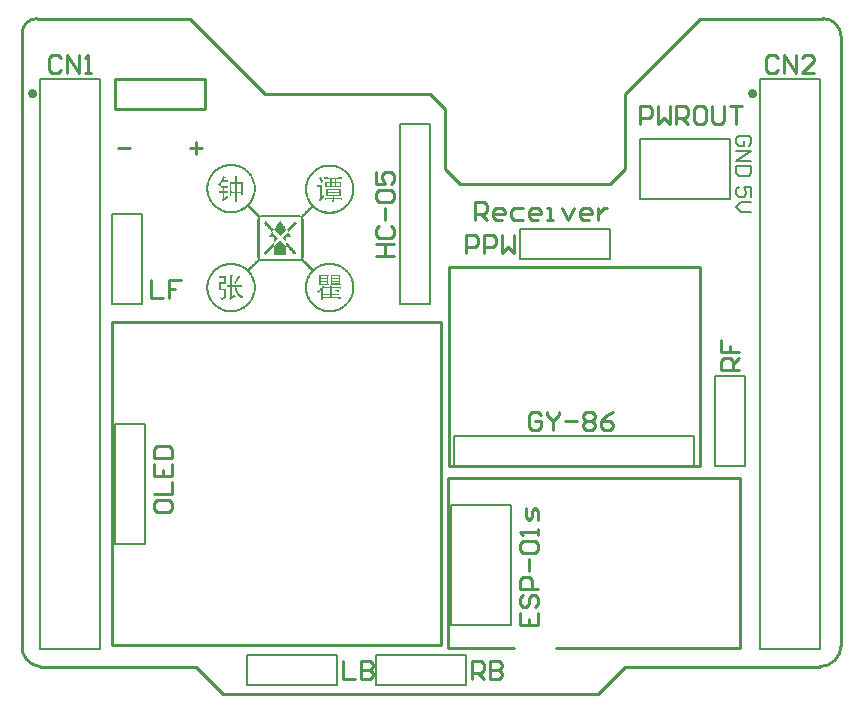
<source format=gto>
G04*
G04 #@! TF.GenerationSoftware,Altium Limited,Altium Designer,20.0.2 (26)*
G04*
G04 Layer_Color=65535*
%FSLAX24Y24*%
%MOIN*%
G70*
G01*
G75*
%ADD10C,0.0150*%
%ADD11C,0.0079*%
%ADD12C,0.0100*%
%ADD13C,0.0080*%
G36*
X4993Y15640D02*
X5043D01*
Y15627D01*
X5080D01*
Y15615D01*
X5142D01*
Y15603D01*
X5167D01*
Y15590D01*
X5192D01*
Y15578D01*
X5229D01*
Y15565D01*
X5242D01*
Y15553D01*
X5267D01*
Y15540D01*
X5292D01*
Y15528D01*
X5317D01*
Y15515D01*
X5342D01*
Y15503D01*
X5354D01*
Y15491D01*
X5366D01*
Y15478D01*
X5379D01*
Y15466D01*
X5391D01*
Y15453D01*
X5404D01*
Y15441D01*
X5416D01*
Y15428D01*
X5429D01*
Y15416D01*
X5441D01*
Y15403D01*
X5454D01*
Y15391D01*
X5466D01*
Y15378D01*
X5479D01*
Y15366D01*
X5491D01*
Y15354D01*
X5503D01*
Y15341D01*
X5516D01*
Y15329D01*
Y15316D01*
X5541D01*
Y15304D01*
X5553D01*
Y15291D01*
X5541D01*
Y15279D01*
X5566D01*
Y15266D01*
Y15254D01*
X5578D01*
Y15241D01*
Y15229D01*
X5591D01*
Y15217D01*
Y15204D01*
X5603D01*
Y15192D01*
Y15179D01*
Y15167D01*
X5615D01*
Y15154D01*
X5628D01*
Y15142D01*
Y15129D01*
X5640D01*
Y15117D01*
Y15104D01*
Y15092D01*
Y15080D01*
Y15067D01*
X5653D01*
Y15055D01*
Y15042D01*
X5665D01*
Y15030D01*
Y15017D01*
Y15005D01*
X5678D01*
Y14992D01*
Y14980D01*
Y14968D01*
Y14955D01*
X5690D01*
Y14943D01*
Y14930D01*
Y14918D01*
Y14905D01*
Y14893D01*
Y14880D01*
Y14868D01*
Y14855D01*
Y14843D01*
Y14831D01*
Y14818D01*
Y14806D01*
Y14793D01*
Y14781D01*
Y14768D01*
Y14756D01*
Y14743D01*
Y14731D01*
Y14718D01*
Y14706D01*
X5678D01*
Y14694D01*
Y14681D01*
Y14669D01*
Y14656D01*
X5665D01*
Y14644D01*
Y14631D01*
Y14619D01*
X5653D01*
Y14606D01*
Y14594D01*
X5640D01*
Y14581D01*
Y14569D01*
Y14557D01*
Y14544D01*
Y14532D01*
X5628D01*
Y14519D01*
Y14507D01*
X5615D01*
Y14494D01*
X5603D01*
Y14482D01*
Y14469D01*
Y14457D01*
X5591D01*
Y14445D01*
Y14432D01*
X5578D01*
Y14420D01*
Y14407D01*
X5566D01*
Y14395D01*
Y14382D01*
X5541D01*
Y14370D01*
X5553D01*
Y14357D01*
X5541D01*
Y14345D01*
X5516D01*
Y14332D01*
Y14320D01*
X5503D01*
Y14308D01*
X5491D01*
Y14295D01*
Y14283D01*
Y14270D01*
Y14258D01*
X5503D01*
Y14245D01*
X5516D01*
Y14233D01*
X5528D01*
Y14220D01*
X5541D01*
Y14208D01*
X5553D01*
Y14195D01*
X5566D01*
Y14183D01*
X5578D01*
Y14171D01*
X5591D01*
Y14158D01*
Y14146D01*
X5615D01*
Y14133D01*
Y14121D01*
X5640D01*
Y14108D01*
X5653D01*
Y14096D01*
X5665D01*
Y14083D01*
X5678D01*
Y14071D01*
X5690D01*
Y14058D01*
X5703D01*
Y14046D01*
X5715D01*
Y14034D01*
X5728D01*
Y14021D01*
X5740D01*
Y14009D01*
X5752D01*
Y13996D01*
X5765D01*
Y13984D01*
Y13971D01*
X5790D01*
Y13959D01*
X5802D01*
Y13946D01*
X5815D01*
Y13934D01*
X5852D01*
Y13946D01*
X7160D01*
Y13934D01*
X7222D01*
Y13946D01*
X7234D01*
Y13959D01*
X7247D01*
Y13971D01*
X7259D01*
Y13984D01*
X7272D01*
Y13996D01*
X7284D01*
Y14009D01*
X7297D01*
Y14021D01*
X7309D01*
Y14034D01*
X7321D01*
Y14046D01*
X7334D01*
Y14058D01*
X7346D01*
Y14071D01*
X7359D01*
Y14083D01*
X7371D01*
Y14096D01*
X7384D01*
Y14108D01*
X7396D01*
Y14121D01*
X7409D01*
Y14133D01*
X7421D01*
Y14146D01*
X7434D01*
Y14158D01*
X7446D01*
Y14171D01*
X7458D01*
Y14183D01*
X7471D01*
Y14195D01*
X7483D01*
Y14208D01*
X7496D01*
Y14220D01*
X7508D01*
Y14233D01*
X7521D01*
Y14245D01*
X7533D01*
Y14258D01*
Y14270D01*
Y14283D01*
X7521D01*
Y14295D01*
X7508D01*
Y14308D01*
Y14320D01*
X7496D01*
Y14332D01*
X7471D01*
Y14345D01*
Y14357D01*
X7458D01*
Y14370D01*
X7446D01*
Y14382D01*
X7458D01*
Y14395D01*
X7446D01*
Y14407D01*
X7434D01*
Y14420D01*
Y14432D01*
X7421D01*
Y14445D01*
X7409D01*
Y14457D01*
Y14469D01*
Y14482D01*
Y14494D01*
X7396D01*
Y14507D01*
X7384D01*
Y14519D01*
Y14532D01*
Y14544D01*
X7371D01*
Y14557D01*
Y14569D01*
X7359D01*
Y14581D01*
Y14594D01*
Y14606D01*
Y14619D01*
Y14631D01*
Y14644D01*
X7346D01*
Y14656D01*
Y14669D01*
Y14681D01*
Y14694D01*
X7334D01*
Y14706D01*
Y14718D01*
Y14731D01*
Y14743D01*
Y14756D01*
Y14768D01*
Y14781D01*
Y14793D01*
Y14806D01*
Y14818D01*
Y14831D01*
Y14843D01*
Y14855D01*
Y14868D01*
Y14880D01*
Y14893D01*
Y14905D01*
Y14918D01*
Y14930D01*
X7346D01*
Y14943D01*
Y14955D01*
Y14968D01*
Y14980D01*
X7359D01*
Y14992D01*
Y15005D01*
Y15017D01*
Y15030D01*
Y15042D01*
Y15055D01*
X7371D01*
Y15067D01*
Y15080D01*
X7384D01*
Y15092D01*
Y15104D01*
Y15117D01*
X7396D01*
Y15129D01*
X7409D01*
Y15142D01*
Y15154D01*
Y15167D01*
Y15179D01*
X7421D01*
Y15192D01*
X7434D01*
Y15204D01*
Y15217D01*
X7446D01*
Y15229D01*
X7458D01*
Y15241D01*
X7446D01*
Y15254D01*
X7458D01*
Y15266D01*
X7471D01*
Y15279D01*
X7483D01*
Y15291D01*
X7496D01*
Y15304D01*
X7508D01*
Y15316D01*
Y15329D01*
X7521D01*
Y15341D01*
X7533D01*
Y15354D01*
X7546D01*
Y15366D01*
X7558D01*
Y15378D01*
X7571D01*
Y15391D01*
X7583D01*
Y15403D01*
X7595D01*
Y15416D01*
X7608D01*
Y15428D01*
X7620D01*
Y15441D01*
X7633D01*
Y15453D01*
X7645D01*
Y15466D01*
X7670D01*
Y15478D01*
X7683D01*
Y15491D01*
X7695D01*
Y15503D01*
X7708D01*
Y15515D01*
X7745D01*
Y15528D01*
X7770D01*
Y15540D01*
X7782D01*
Y15553D01*
X7807D01*
Y15565D01*
X7844D01*
Y15578D01*
X7882D01*
Y15590D01*
X7907D01*
Y15603D01*
X7944D01*
Y15615D01*
X8031D01*
Y15627D01*
X8280D01*
Y15615D01*
X8367D01*
Y15603D01*
X8392D01*
Y15590D01*
X8430D01*
Y15578D01*
X8467D01*
Y15565D01*
X8492D01*
Y15553D01*
X8529D01*
Y15540D01*
X8542D01*
Y15528D01*
X8567D01*
Y15515D01*
X8592D01*
Y15503D01*
X8604D01*
Y15491D01*
X8629D01*
Y15478D01*
X8641D01*
Y15466D01*
X8666D01*
Y15453D01*
X8679D01*
Y15441D01*
X8691D01*
Y15428D01*
X8704D01*
Y15416D01*
X8716D01*
Y15403D01*
X8729D01*
Y15391D01*
X8741D01*
Y15378D01*
X8754D01*
Y15366D01*
X8766D01*
Y15354D01*
X8778D01*
Y15341D01*
X8791D01*
Y15329D01*
X8803D01*
Y15316D01*
Y15304D01*
X8816D01*
Y15291D01*
X8828D01*
Y15279D01*
Y15266D01*
X8841D01*
Y15254D01*
X8853D01*
Y15241D01*
Y15229D01*
X8866D01*
Y15217D01*
X8878D01*
Y15204D01*
Y15192D01*
X8891D01*
Y15179D01*
Y15167D01*
Y15154D01*
X8903D01*
Y15142D01*
Y15129D01*
X8915D01*
Y15117D01*
X8928D01*
Y15104D01*
Y15092D01*
Y15080D01*
Y15067D01*
Y15055D01*
X8940D01*
Y15042D01*
Y15030D01*
Y15017D01*
X8953D01*
Y15005D01*
Y14992D01*
Y14980D01*
X8965D01*
Y14968D01*
Y14955D01*
Y14943D01*
Y14930D01*
X8978D01*
Y14918D01*
Y14905D01*
Y14893D01*
Y14880D01*
Y14868D01*
Y14855D01*
Y14843D01*
Y14831D01*
Y14818D01*
Y14806D01*
Y14793D01*
Y14781D01*
Y14768D01*
Y14756D01*
Y14743D01*
Y14731D01*
Y14718D01*
Y14706D01*
Y14694D01*
X8965D01*
Y14681D01*
Y14669D01*
Y14656D01*
Y14644D01*
X8953D01*
Y14631D01*
Y14619D01*
Y14606D01*
Y14594D01*
X8940D01*
Y14581D01*
Y14569D01*
X8928D01*
Y14557D01*
Y14544D01*
Y14532D01*
Y14519D01*
Y14507D01*
X8915D01*
Y14494D01*
X8903D01*
Y14482D01*
Y14469D01*
X8891D01*
Y14457D01*
Y14445D01*
Y14432D01*
X8878D01*
Y14420D01*
Y14407D01*
X8866D01*
Y14395D01*
X8853D01*
Y14382D01*
Y14370D01*
X8841D01*
Y14357D01*
X8828D01*
Y14345D01*
Y14332D01*
X8816D01*
Y14320D01*
X8803D01*
Y14308D01*
Y14295D01*
X8791D01*
Y14283D01*
X8778D01*
Y14270D01*
X8766D01*
Y14258D01*
X8754D01*
Y14245D01*
X8741D01*
Y14233D01*
X8729D01*
Y14220D01*
X8716D01*
Y14208D01*
X8704D01*
Y14195D01*
X8691D01*
Y14183D01*
X8679D01*
Y14171D01*
X8666D01*
Y14158D01*
X8641D01*
Y14146D01*
X8629D01*
Y14133D01*
X8604D01*
Y14121D01*
X8592D01*
Y14108D01*
X8579D01*
Y14096D01*
X8542D01*
Y14083D01*
X8529D01*
Y14071D01*
X8492D01*
Y14058D01*
X8480D01*
Y14046D01*
X8430D01*
Y14034D01*
X8392D01*
Y14021D01*
X8367D01*
Y14009D01*
X8330D01*
Y13996D01*
X7981D01*
Y14009D01*
X7944D01*
Y14021D01*
X7907D01*
Y14034D01*
X7869D01*
Y14046D01*
X7832D01*
Y14058D01*
X7807D01*
Y14071D01*
X7782D01*
Y14083D01*
X7770D01*
Y14096D01*
X7732D01*
Y14108D01*
X7708D01*
Y14121D01*
X7695D01*
Y14133D01*
X7670D01*
Y14146D01*
X7658D01*
Y14158D01*
X7645D01*
Y14171D01*
X7633D01*
Y14183D01*
X7620D01*
Y14195D01*
X7595D01*
Y14183D01*
X7583D01*
Y14171D01*
X7571D01*
Y14158D01*
X7558D01*
Y14146D01*
X7546D01*
Y14133D01*
X7533D01*
Y14121D01*
X7521D01*
Y14108D01*
X7508D01*
Y14096D01*
X7496D01*
Y14083D01*
X7471D01*
Y14071D01*
X7458D01*
Y14058D01*
X7446D01*
Y14046D01*
X7434D01*
Y14034D01*
X7421D01*
Y14021D01*
X7409D01*
Y14009D01*
X7396D01*
Y13996D01*
X7384D01*
Y13984D01*
X7371D01*
Y13971D01*
X7359D01*
Y13959D01*
X7346D01*
Y13946D01*
X7334D01*
Y13934D01*
X7321D01*
Y13921D01*
X7309D01*
Y13909D01*
X7297D01*
Y13897D01*
X7284D01*
Y13884D01*
X7272D01*
Y13872D01*
Y13859D01*
Y13847D01*
Y13834D01*
Y13822D01*
X7284D01*
Y13809D01*
Y13797D01*
Y13785D01*
Y13772D01*
Y13760D01*
Y13747D01*
Y13735D01*
Y13722D01*
Y13710D01*
Y13697D01*
Y13685D01*
Y13672D01*
Y13660D01*
Y13648D01*
Y13635D01*
Y13623D01*
Y13610D01*
Y13598D01*
Y13585D01*
Y13573D01*
Y13560D01*
Y13548D01*
Y13535D01*
Y13523D01*
Y13511D01*
Y13498D01*
Y13486D01*
Y13473D01*
Y13461D01*
Y13448D01*
Y13436D01*
Y13423D01*
Y13411D01*
Y13398D01*
Y13386D01*
Y13374D01*
Y13361D01*
Y13349D01*
Y13336D01*
Y13324D01*
Y13311D01*
Y13299D01*
Y13286D01*
Y13274D01*
Y13261D01*
Y13249D01*
Y13237D01*
Y13224D01*
Y13212D01*
Y13199D01*
Y13187D01*
Y13174D01*
Y13162D01*
Y13149D01*
Y13137D01*
Y13125D01*
Y13112D01*
Y13100D01*
Y13087D01*
Y13075D01*
Y13062D01*
Y13050D01*
Y13037D01*
Y13025D01*
Y13012D01*
Y13000D01*
Y12988D01*
Y12975D01*
Y12963D01*
Y12950D01*
Y12938D01*
Y12925D01*
Y12913D01*
Y12900D01*
Y12888D01*
Y12875D01*
Y12863D01*
Y12851D01*
Y12838D01*
Y12826D01*
Y12813D01*
Y12801D01*
Y12788D01*
Y12776D01*
Y12763D01*
Y12751D01*
Y12738D01*
Y12726D01*
Y12714D01*
Y12701D01*
Y12689D01*
Y12676D01*
Y12664D01*
Y12651D01*
Y12639D01*
Y12626D01*
Y12614D01*
Y12602D01*
Y12589D01*
Y12577D01*
Y12564D01*
Y12552D01*
Y12539D01*
Y12527D01*
X7272D01*
Y12514D01*
Y12502D01*
Y12489D01*
Y12477D01*
X7284D01*
Y12465D01*
X7297D01*
Y12452D01*
X7309D01*
Y12440D01*
Y12427D01*
X7334D01*
Y12415D01*
X7346D01*
Y12402D01*
X7359D01*
Y12390D01*
X7371D01*
Y12377D01*
X7384D01*
Y12365D01*
X7396D01*
Y12352D01*
X7409D01*
Y12340D01*
X7421D01*
Y12328D01*
X7434D01*
Y12315D01*
X7446D01*
Y12303D01*
X7458D01*
Y12290D01*
Y12278D01*
X7483D01*
Y12265D01*
X7496D01*
Y12253D01*
X7508D01*
Y12240D01*
X7521D01*
Y12228D01*
X7533D01*
Y12215D01*
X7546D01*
Y12203D01*
X7558D01*
Y12191D01*
X7571D01*
Y12178D01*
X7583D01*
Y12166D01*
X7595D01*
Y12153D01*
X7620D01*
Y12166D01*
X7633D01*
Y12178D01*
X7658D01*
Y12191D01*
X7670D01*
Y12203D01*
X7683D01*
Y12215D01*
X7708D01*
Y12228D01*
X7720D01*
Y12240D01*
X7745D01*
Y12253D01*
X7770D01*
Y12265D01*
X7782D01*
Y12278D01*
X7832D01*
Y12290D01*
X7844D01*
Y12303D01*
X7882D01*
Y12315D01*
X7907D01*
Y12328D01*
X7969D01*
Y12340D01*
X8031D01*
Y12352D01*
X8280D01*
Y12340D01*
X8330D01*
Y12328D01*
X8392D01*
Y12315D01*
X8430D01*
Y12303D01*
X8455D01*
Y12290D01*
X8480D01*
Y12278D01*
X8529D01*
Y12265D01*
X8542D01*
Y12253D01*
X8554D01*
Y12240D01*
X8579D01*
Y12228D01*
X8604D01*
Y12215D01*
X8629D01*
Y12203D01*
X8641D01*
Y12191D01*
X8654D01*
Y12178D01*
X8679D01*
Y12166D01*
X8691D01*
Y12153D01*
X8704D01*
Y12141D01*
Y12128D01*
X8729D01*
Y12116D01*
X8741D01*
Y12103D01*
X8754D01*
Y12091D01*
X8766D01*
Y12079D01*
X8778D01*
Y12066D01*
X8791D01*
Y12054D01*
X8803D01*
Y12041D01*
Y12029D01*
X8816D01*
Y12016D01*
X8828D01*
Y12004D01*
Y11991D01*
Y11979D01*
X8853D01*
Y11966D01*
Y11954D01*
X8866D01*
Y11942D01*
Y11929D01*
X8878D01*
Y11917D01*
X8891D01*
Y11904D01*
Y11892D01*
Y11879D01*
X8903D01*
Y11867D01*
Y11854D01*
X8915D01*
Y11842D01*
Y11829D01*
X8928D01*
Y11817D01*
Y11805D01*
Y11792D01*
Y11780D01*
X8940D01*
Y11767D01*
Y11755D01*
Y11742D01*
X8953D01*
Y11730D01*
Y11717D01*
Y11705D01*
X8965D01*
Y11692D01*
Y11680D01*
Y11668D01*
Y11655D01*
X8978D01*
Y11643D01*
Y11630D01*
Y11618D01*
Y11605D01*
Y11593D01*
Y11580D01*
Y11568D01*
Y11556D01*
Y11543D01*
Y11531D01*
Y11518D01*
Y11506D01*
Y11493D01*
Y11481D01*
Y11468D01*
Y11456D01*
Y11443D01*
Y11431D01*
Y11419D01*
Y11406D01*
X8965D01*
Y11394D01*
Y11381D01*
Y11369D01*
Y11356D01*
X8953D01*
Y11344D01*
Y11331D01*
Y11319D01*
X8940D01*
Y11306D01*
Y11294D01*
X8928D01*
Y11282D01*
Y11269D01*
Y11257D01*
Y11244D01*
Y11232D01*
X8915D01*
Y11219D01*
Y11207D01*
X8903D01*
Y11194D01*
X8891D01*
Y11182D01*
Y11169D01*
Y11157D01*
X8878D01*
Y11145D01*
Y11132D01*
X8866D01*
Y11120D01*
Y11107D01*
X8853D01*
Y11095D01*
Y11082D01*
X8828D01*
Y11070D01*
Y11057D01*
X8816D01*
Y11045D01*
X8803D01*
Y11032D01*
Y11020D01*
X8791D01*
Y11008D01*
X8778D01*
Y10995D01*
X8766D01*
Y10983D01*
X8754D01*
Y10970D01*
X8741D01*
Y10958D01*
X8729D01*
Y10945D01*
X8716D01*
Y10933D01*
X8704D01*
Y10920D01*
X8691D01*
Y10908D01*
X8679D01*
Y10896D01*
X8666D01*
Y10883D01*
X8641D01*
Y10871D01*
X8629D01*
Y10858D01*
X8617D01*
Y10846D01*
X8604D01*
Y10833D01*
X8579D01*
Y10821D01*
X8554D01*
Y10808D01*
X8529D01*
Y10796D01*
X8504D01*
Y10783D01*
X8480D01*
Y10771D01*
X8455D01*
Y10759D01*
X8405D01*
Y10746D01*
X8367D01*
Y10734D01*
X8330D01*
Y10721D01*
X8280D01*
Y10709D01*
X8031D01*
Y10721D01*
X7981D01*
Y10734D01*
X7932D01*
Y10746D01*
X7907D01*
Y10759D01*
X7857D01*
Y10771D01*
X7832D01*
Y10783D01*
X7807D01*
Y10796D01*
X7770D01*
Y10808D01*
X7757D01*
Y10821D01*
X7732D01*
Y10833D01*
X7708D01*
Y10846D01*
X7695D01*
Y10858D01*
X7670D01*
Y10871D01*
X7658D01*
Y10883D01*
X7633D01*
Y10896D01*
X7620D01*
Y10908D01*
X7608D01*
Y10920D01*
X7595D01*
Y10933D01*
X7583D01*
Y10945D01*
X7571D01*
Y10958D01*
X7558D01*
Y10970D01*
X7546D01*
Y10983D01*
X7533D01*
Y10995D01*
X7521D01*
Y11008D01*
X7508D01*
Y11020D01*
Y11032D01*
Y11045D01*
X7483D01*
Y11057D01*
X7471D01*
Y11070D01*
Y11082D01*
X7458D01*
Y11095D01*
Y11107D01*
X7446D01*
Y11120D01*
Y11132D01*
X7434D01*
Y11145D01*
Y11157D01*
X7409D01*
Y11169D01*
Y11182D01*
Y11194D01*
Y11207D01*
X7396D01*
Y11219D01*
Y11232D01*
X7384D01*
Y11244D01*
Y11257D01*
X7371D01*
Y11269D01*
Y11282D01*
Y11294D01*
X7359D01*
Y11306D01*
Y11319D01*
Y11331D01*
Y11344D01*
Y11356D01*
X7346D01*
Y11369D01*
Y11381D01*
Y11394D01*
Y11406D01*
X7334D01*
Y11419D01*
Y11431D01*
Y11443D01*
Y11456D01*
Y11468D01*
Y11481D01*
Y11493D01*
Y11506D01*
Y11518D01*
Y11531D01*
Y11543D01*
Y11556D01*
Y11568D01*
Y11580D01*
Y11593D01*
Y11605D01*
Y11618D01*
Y11630D01*
Y11643D01*
Y11655D01*
X7346D01*
Y11668D01*
Y11680D01*
Y11692D01*
Y11705D01*
X7359D01*
Y11717D01*
Y11730D01*
Y11742D01*
Y11755D01*
Y11767D01*
Y11780D01*
X7371D01*
Y11792D01*
Y11805D01*
X7384D01*
Y11817D01*
Y11829D01*
X7396D01*
Y11842D01*
Y11854D01*
X7409D01*
Y11867D01*
Y11879D01*
Y11892D01*
Y11904D01*
X7421D01*
Y11917D01*
X7434D01*
Y11929D01*
X7446D01*
Y11942D01*
Y11954D01*
X7458D01*
Y11966D01*
Y11979D01*
X7471D01*
Y11991D01*
Y12004D01*
X7483D01*
Y12016D01*
X7496D01*
Y12029D01*
X7508D01*
Y12041D01*
Y12054D01*
X7521D01*
Y12066D01*
X7533D01*
Y12079D01*
Y12091D01*
Y12103D01*
X7508D01*
Y12116D01*
X7496D01*
Y12128D01*
X7483D01*
Y12141D01*
X7471D01*
Y12153D01*
X7458D01*
Y12166D01*
X7446D01*
Y12178D01*
X7434D01*
Y12191D01*
X7421D01*
Y12203D01*
X7409D01*
Y12215D01*
Y12228D01*
X7396D01*
Y12240D01*
X7384D01*
Y12253D01*
X7371D01*
Y12265D01*
X7359D01*
Y12278D01*
X7346D01*
Y12290D01*
X7334D01*
Y12303D01*
X7321D01*
Y12315D01*
X7309D01*
Y12328D01*
X7297D01*
Y12340D01*
X7284D01*
Y12352D01*
X7272D01*
Y12365D01*
X7259D01*
Y12377D01*
X7247D01*
Y12390D01*
X7234D01*
Y12402D01*
X7222D01*
Y12415D01*
X7160D01*
Y12402D01*
X5865D01*
Y12415D01*
X5802D01*
Y12402D01*
X5790D01*
Y12390D01*
X5777D01*
Y12377D01*
X5765D01*
Y12365D01*
X5752D01*
Y12352D01*
X5740D01*
Y12340D01*
X5728D01*
Y12328D01*
X5715D01*
Y12315D01*
X5703D01*
Y12303D01*
X5690D01*
Y12290D01*
X5678D01*
Y12278D01*
X5665D01*
Y12265D01*
X5653D01*
Y12253D01*
X5640D01*
Y12240D01*
X5628D01*
Y12228D01*
X5615D01*
Y12215D01*
X5603D01*
Y12203D01*
X5591D01*
Y12191D01*
X5578D01*
Y12178D01*
X5566D01*
Y12166D01*
X5553D01*
Y12153D01*
X5541D01*
Y12141D01*
X5528D01*
Y12128D01*
X5516D01*
Y12116D01*
X5503D01*
Y12103D01*
X5491D01*
Y12091D01*
Y12079D01*
Y12066D01*
X5503D01*
Y12054D01*
Y12041D01*
X5516D01*
Y12029D01*
X5528D01*
Y12016D01*
X5541D01*
Y12004D01*
X5553D01*
Y11991D01*
X5541D01*
Y11979D01*
X5566D01*
Y11966D01*
Y11954D01*
X5578D01*
Y11942D01*
Y11929D01*
X5591D01*
Y11917D01*
X5603D01*
Y11904D01*
Y11892D01*
Y11879D01*
X5615D01*
Y11867D01*
Y11854D01*
X5628D01*
Y11842D01*
Y11829D01*
X5640D01*
Y11817D01*
Y11805D01*
Y11792D01*
Y11780D01*
X5653D01*
Y11767D01*
Y11755D01*
Y11742D01*
X5665D01*
Y11730D01*
Y11717D01*
Y11705D01*
X5678D01*
Y11692D01*
Y11680D01*
Y11668D01*
Y11655D01*
X5690D01*
Y11643D01*
Y11630D01*
Y11618D01*
Y11605D01*
Y11593D01*
Y11580D01*
Y11568D01*
Y11556D01*
Y11543D01*
Y11531D01*
Y11518D01*
Y11506D01*
Y11493D01*
Y11481D01*
Y11468D01*
Y11456D01*
Y11443D01*
Y11431D01*
Y11419D01*
Y11406D01*
X5678D01*
Y11394D01*
Y11381D01*
Y11369D01*
Y11356D01*
X5665D01*
Y11344D01*
Y11331D01*
Y11319D01*
X5653D01*
Y11306D01*
Y11294D01*
X5640D01*
Y11282D01*
Y11269D01*
Y11257D01*
Y11244D01*
Y11232D01*
X5628D01*
Y11219D01*
Y11207D01*
X5615D01*
Y11194D01*
X5603D01*
Y11182D01*
Y11169D01*
Y11157D01*
X5591D01*
Y11145D01*
Y11132D01*
X5578D01*
Y11120D01*
Y11107D01*
X5566D01*
Y11095D01*
Y11082D01*
X5541D01*
Y11070D01*
Y11057D01*
X5528D01*
Y11045D01*
X5516D01*
Y11032D01*
Y11020D01*
X5503D01*
Y11008D01*
X5491D01*
Y10995D01*
X5479D01*
Y10983D01*
X5466D01*
Y10970D01*
X5454D01*
Y10958D01*
X5441D01*
Y10945D01*
X5429D01*
Y10933D01*
X5416D01*
Y10920D01*
X5404D01*
Y10908D01*
X5391D01*
Y10896D01*
X5379D01*
Y10883D01*
X5354D01*
Y10871D01*
X5342D01*
Y10858D01*
X5329D01*
Y10846D01*
X5317D01*
Y10833D01*
X5292D01*
Y10821D01*
X5267D01*
Y10808D01*
X5242D01*
Y10796D01*
X5217D01*
Y10783D01*
X5192D01*
Y10771D01*
X5167D01*
Y10759D01*
X5117D01*
Y10746D01*
X5080D01*
Y10734D01*
X5043D01*
Y10721D01*
X4993D01*
Y10709D01*
X4744D01*
Y10721D01*
X4694D01*
Y10734D01*
X4644D01*
Y10746D01*
X4619D01*
Y10759D01*
X4557D01*
Y10771D01*
X4545D01*
Y10783D01*
X4520D01*
Y10796D01*
X4482D01*
Y10808D01*
X4470D01*
Y10821D01*
X4445D01*
Y10833D01*
X4420D01*
Y10846D01*
X4408D01*
Y10858D01*
X4383D01*
Y10871D01*
X4370D01*
Y10883D01*
X4345D01*
Y10896D01*
Y10908D01*
X4320D01*
Y10920D01*
X4308D01*
Y10933D01*
X4296D01*
Y10945D01*
X4283D01*
Y10958D01*
X4271D01*
Y10970D01*
X4258D01*
Y10983D01*
X4246D01*
Y10995D01*
X4233D01*
Y11008D01*
X4221D01*
Y11020D01*
Y11032D01*
Y11045D01*
X4196D01*
Y11057D01*
X4183D01*
Y11070D01*
Y11082D01*
X4171D01*
Y11095D01*
Y11107D01*
X4159D01*
Y11120D01*
Y11132D01*
X4146D01*
Y11145D01*
Y11157D01*
X4121D01*
Y11169D01*
Y11182D01*
Y11194D01*
X4109D01*
Y11207D01*
Y11219D01*
Y11232D01*
X4096D01*
Y11244D01*
Y11257D01*
X4084D01*
Y11269D01*
Y11282D01*
Y11294D01*
X4071D01*
Y11306D01*
Y11319D01*
Y11331D01*
Y11344D01*
Y11356D01*
X4059D01*
Y11369D01*
Y11381D01*
Y11394D01*
Y11406D01*
X4046D01*
Y11419D01*
Y11431D01*
Y11443D01*
Y11456D01*
Y11468D01*
Y11481D01*
Y11493D01*
Y11506D01*
Y11518D01*
Y11531D01*
Y11543D01*
Y11556D01*
Y11568D01*
Y11580D01*
Y11593D01*
Y11605D01*
Y11618D01*
Y11630D01*
Y11643D01*
Y11655D01*
X4059D01*
Y11668D01*
Y11680D01*
Y11692D01*
Y11705D01*
X4071D01*
Y11717D01*
Y11730D01*
Y11742D01*
Y11755D01*
Y11767D01*
Y11780D01*
X4084D01*
Y11792D01*
Y11805D01*
X4096D01*
Y11817D01*
Y11829D01*
X4109D01*
Y11842D01*
Y11854D01*
X4121D01*
Y11867D01*
Y11879D01*
Y11892D01*
Y11904D01*
X4134D01*
Y11917D01*
X4146D01*
Y11929D01*
X4159D01*
Y11942D01*
Y11954D01*
X4171D01*
Y11966D01*
Y11979D01*
X4183D01*
Y11991D01*
Y12004D01*
X4196D01*
Y12016D01*
X4208D01*
Y12029D01*
X4221D01*
Y12041D01*
Y12054D01*
X4233D01*
Y12066D01*
X4246D01*
Y12079D01*
X4258D01*
Y12091D01*
X4271D01*
Y12103D01*
X4283D01*
Y12116D01*
X4296D01*
Y12128D01*
X4308D01*
Y12141D01*
X4320D01*
Y12153D01*
X4333D01*
Y12166D01*
X4345D01*
Y12178D01*
X4370D01*
Y12191D01*
X4383D01*
Y12203D01*
X4395D01*
Y12215D01*
X4420D01*
Y12228D01*
X4433D01*
Y12240D01*
X4457D01*
Y12253D01*
X4482D01*
Y12265D01*
X4495D01*
Y12278D01*
X4545D01*
Y12290D01*
X4557D01*
Y12303D01*
X4594D01*
Y12315D01*
X4619D01*
Y12328D01*
X4682D01*
Y12340D01*
X4744D01*
Y12352D01*
X4993D01*
Y12340D01*
X5043D01*
Y12328D01*
X5105D01*
Y12315D01*
X5142D01*
Y12303D01*
X5167D01*
Y12290D01*
X5192D01*
Y12278D01*
X5242D01*
Y12265D01*
X5254D01*
Y12253D01*
X5267D01*
Y12240D01*
X5292D01*
Y12228D01*
X5317D01*
Y12215D01*
X5342D01*
Y12203D01*
X5354D01*
Y12191D01*
X5366D01*
Y12178D01*
X5391D01*
Y12166D01*
X5404D01*
Y12153D01*
X5429D01*
Y12166D01*
X5441D01*
Y12178D01*
X5454D01*
Y12191D01*
X5466D01*
Y12203D01*
X5479D01*
Y12215D01*
X5491D01*
Y12228D01*
X5503D01*
Y12240D01*
X5516D01*
Y12253D01*
X5541D01*
Y12265D01*
X5553D01*
Y12278D01*
X5566D01*
Y12290D01*
X5578D01*
Y12303D01*
X5591D01*
Y12315D01*
X5603D01*
Y12328D01*
X5615D01*
Y12340D01*
X5628D01*
Y12352D01*
X5640D01*
Y12365D01*
X5653D01*
Y12377D01*
X5665D01*
Y12390D01*
X5678D01*
Y12402D01*
X5690D01*
Y12415D01*
X5703D01*
Y12427D01*
X5715D01*
Y12440D01*
X5728D01*
Y12452D01*
X5740D01*
Y12465D01*
X5752D01*
Y12477D01*
Y12489D01*
Y12502D01*
Y12514D01*
Y12527D01*
X5740D01*
Y12539D01*
Y12552D01*
Y12564D01*
Y12577D01*
Y12589D01*
Y12602D01*
Y12614D01*
Y12626D01*
Y12639D01*
Y12651D01*
Y12664D01*
Y12676D01*
Y12689D01*
Y12701D01*
Y12714D01*
Y12726D01*
Y12738D01*
Y12751D01*
Y12763D01*
Y12776D01*
Y12788D01*
Y12801D01*
Y12813D01*
Y12826D01*
Y12838D01*
Y12851D01*
Y12863D01*
Y12875D01*
Y12888D01*
Y12900D01*
Y12913D01*
Y12925D01*
Y12938D01*
Y12950D01*
Y12963D01*
Y12975D01*
Y12988D01*
Y13000D01*
Y13012D01*
Y13025D01*
Y13037D01*
Y13050D01*
Y13062D01*
Y13075D01*
Y13087D01*
Y13100D01*
Y13112D01*
Y13125D01*
Y13137D01*
Y13149D01*
Y13162D01*
Y13174D01*
Y13187D01*
Y13199D01*
Y13212D01*
Y13224D01*
Y13237D01*
Y13249D01*
Y13261D01*
Y13274D01*
Y13286D01*
Y13299D01*
Y13311D01*
Y13324D01*
Y13336D01*
Y13349D01*
Y13361D01*
Y13374D01*
Y13386D01*
Y13398D01*
Y13411D01*
Y13423D01*
Y13436D01*
Y13448D01*
Y13461D01*
Y13473D01*
Y13486D01*
Y13498D01*
Y13511D01*
Y13523D01*
Y13535D01*
Y13548D01*
Y13560D01*
Y13573D01*
Y13585D01*
Y13598D01*
Y13610D01*
Y13623D01*
Y13635D01*
Y13648D01*
Y13660D01*
Y13672D01*
Y13685D01*
Y13697D01*
Y13710D01*
Y13722D01*
Y13735D01*
Y13747D01*
Y13760D01*
Y13772D01*
Y13785D01*
Y13797D01*
Y13809D01*
Y13822D01*
X5752D01*
Y13834D01*
Y13847D01*
Y13859D01*
Y13872D01*
Y13884D01*
Y13897D01*
X5728D01*
Y13909D01*
X5715D01*
Y13921D01*
X5703D01*
Y13934D01*
X5690D01*
Y13946D01*
X5678D01*
Y13959D01*
X5665D01*
Y13971D01*
X5653D01*
Y13984D01*
X5640D01*
Y13996D01*
X5628D01*
Y14009D01*
X5615D01*
Y14021D01*
X5603D01*
Y14034D01*
X5591D01*
Y14046D01*
X5578D01*
Y14058D01*
X5566D01*
Y14071D01*
X5553D01*
Y14083D01*
X5541D01*
Y14096D01*
X5528D01*
Y14108D01*
X5516D01*
Y14121D01*
X5503D01*
Y14133D01*
X5491D01*
Y14146D01*
X5479D01*
Y14158D01*
X5466D01*
Y14171D01*
X5454D01*
Y14183D01*
X5441D01*
Y14195D01*
X5429D01*
Y14208D01*
X5404D01*
Y14195D01*
X5379D01*
Y14183D01*
X5354D01*
Y14171D01*
Y14158D01*
X5342D01*
Y14146D01*
X5317D01*
Y14133D01*
X5292D01*
Y14121D01*
X5267D01*
Y14108D01*
X5254D01*
Y14096D01*
X5217D01*
Y14083D01*
X5192D01*
Y14071D01*
X5167D01*
Y14058D01*
X5142D01*
Y14046D01*
X5080D01*
Y14034D01*
X5043D01*
Y14021D01*
X4993D01*
Y14009D01*
X4744D01*
Y14021D01*
X4694D01*
Y14034D01*
X4644D01*
Y14046D01*
X4594D01*
Y14058D01*
X4557D01*
Y14071D01*
X4545D01*
Y14083D01*
X4520D01*
Y14096D01*
X4482D01*
Y14108D01*
X4457D01*
Y14121D01*
X4445D01*
Y14133D01*
X4420D01*
Y14146D01*
X4395D01*
Y14158D01*
X4383D01*
Y14171D01*
X4370D01*
Y14183D01*
X4345D01*
Y14195D01*
X4333D01*
Y14208D01*
X4320D01*
Y14220D01*
X4308D01*
Y14233D01*
X4296D01*
Y14245D01*
X4283D01*
Y14258D01*
X4271D01*
Y14270D01*
X4258D01*
Y14283D01*
X4246D01*
Y14295D01*
X4233D01*
Y14308D01*
X4221D01*
Y14320D01*
Y14332D01*
Y14345D01*
X4196D01*
Y14357D01*
X4183D01*
Y14370D01*
Y14382D01*
X4171D01*
Y14395D01*
Y14407D01*
X4159D01*
Y14420D01*
Y14432D01*
X4146D01*
Y14445D01*
X4134D01*
Y14457D01*
X4121D01*
Y14469D01*
Y14482D01*
Y14494D01*
Y14507D01*
X4109D01*
Y14519D01*
Y14532D01*
X4096D01*
Y14544D01*
Y14557D01*
X4084D01*
Y14569D01*
Y14581D01*
Y14594D01*
X4071D01*
Y14606D01*
Y14619D01*
Y14631D01*
Y14644D01*
Y14656D01*
X4059D01*
Y14669D01*
Y14681D01*
Y14694D01*
Y14706D01*
X4046D01*
Y14718D01*
Y14731D01*
Y14743D01*
Y14756D01*
Y14768D01*
Y14781D01*
Y14793D01*
Y14806D01*
Y14818D01*
Y14831D01*
Y14843D01*
Y14855D01*
Y14868D01*
Y14880D01*
Y14893D01*
Y14905D01*
Y14918D01*
Y14930D01*
Y14943D01*
Y14955D01*
X4059D01*
Y14968D01*
Y14980D01*
Y14992D01*
Y15005D01*
X4071D01*
Y15017D01*
Y15030D01*
Y15042D01*
Y15055D01*
Y15067D01*
X4084D01*
Y15080D01*
Y15092D01*
Y15104D01*
X4096D01*
Y15117D01*
Y15129D01*
X4109D01*
Y15142D01*
Y15154D01*
X4121D01*
Y15167D01*
Y15179D01*
Y15192D01*
Y15204D01*
X4134D01*
Y15217D01*
X4146D01*
Y15229D01*
X4159D01*
Y15241D01*
Y15254D01*
X4171D01*
Y15266D01*
Y15279D01*
X4183D01*
Y15291D01*
Y15304D01*
X4196D01*
Y15316D01*
X4221D01*
Y15329D01*
Y15341D01*
Y15354D01*
X4233D01*
Y15366D01*
X4246D01*
Y15378D01*
X4258D01*
Y15391D01*
X4271D01*
Y15403D01*
X4283D01*
Y15416D01*
X4296D01*
Y15428D01*
X4308D01*
Y15441D01*
X4320D01*
Y15453D01*
X4333D01*
Y15466D01*
X4345D01*
Y15478D01*
X4370D01*
Y15491D01*
X4383D01*
Y15503D01*
X4395D01*
Y15515D01*
X4420D01*
Y15528D01*
X4445D01*
Y15540D01*
X4457D01*
Y15553D01*
X4482D01*
Y15565D01*
X4520D01*
Y15578D01*
X4545D01*
Y15590D01*
X4557D01*
Y15603D01*
X4594D01*
Y15615D01*
X4644D01*
Y15627D01*
X4694D01*
Y15640D01*
X4744D01*
Y15652D01*
X4993D01*
Y15640D01*
D02*
G37*
%LPC*%
G36*
X4943Y15590D02*
X4794D01*
Y15578D01*
X4719D01*
Y15565D01*
X4669D01*
Y15553D01*
X4644D01*
Y15540D01*
X4582D01*
Y15528D01*
X4569D01*
Y15515D01*
X4545D01*
Y15503D01*
X4520D01*
Y15491D01*
X4482D01*
Y15478D01*
X4470D01*
Y15466D01*
X4457D01*
Y15453D01*
X4433D01*
Y15441D01*
X4420D01*
Y15428D01*
X4395D01*
Y15416D01*
X4383D01*
Y15403D01*
X4370D01*
Y15391D01*
X4358D01*
Y15378D01*
X4345D01*
Y15366D01*
X4333D01*
Y15354D01*
X4320D01*
Y15341D01*
X4308D01*
Y15329D01*
X4296D01*
Y15316D01*
X4283D01*
Y15304D01*
X4271D01*
Y15291D01*
Y15279D01*
X4258D01*
Y15266D01*
X4246D01*
Y15254D01*
Y15241D01*
X4221D01*
Y15229D01*
Y15217D01*
X4208D01*
Y15204D01*
Y15192D01*
Y15179D01*
X4196D01*
Y15167D01*
Y15154D01*
X4183D01*
Y15142D01*
X4171D01*
Y15129D01*
Y15117D01*
X4159D01*
Y15104D01*
Y15092D01*
X4146D01*
Y15080D01*
Y15067D01*
Y15055D01*
Y15042D01*
Y15030D01*
X4134D01*
Y15017D01*
Y15005D01*
Y14992D01*
Y14980D01*
X4121D01*
Y14968D01*
Y14955D01*
Y14943D01*
Y14930D01*
Y14918D01*
Y14905D01*
X4109D01*
Y14893D01*
Y14880D01*
Y14868D01*
Y14855D01*
Y14843D01*
Y14831D01*
Y14818D01*
Y14806D01*
Y14793D01*
Y14781D01*
Y14768D01*
Y14756D01*
X4121D01*
Y14743D01*
Y14731D01*
Y14718D01*
Y14706D01*
Y14694D01*
Y14681D01*
X4134D01*
Y14669D01*
Y14656D01*
Y14644D01*
Y14631D01*
X4146D01*
Y14619D01*
Y14606D01*
Y14594D01*
Y14581D01*
Y14569D01*
X4159D01*
Y14557D01*
Y14544D01*
X4171D01*
Y14532D01*
Y14519D01*
X4183D01*
Y14507D01*
X4196D01*
Y14494D01*
Y14482D01*
X4208D01*
Y14469D01*
Y14457D01*
Y14445D01*
X4221D01*
Y14432D01*
Y14420D01*
X4246D01*
Y14407D01*
Y14395D01*
X4258D01*
Y14382D01*
X4271D01*
Y14370D01*
Y14357D01*
X4283D01*
Y14345D01*
X4296D01*
Y14332D01*
X4308D01*
Y14320D01*
X4320D01*
Y14308D01*
X4333D01*
Y14295D01*
X4345D01*
Y14283D01*
X4358D01*
Y14270D01*
X4370D01*
Y14258D01*
X4383D01*
Y14245D01*
X4395D01*
Y14233D01*
X4420D01*
Y14220D01*
X4433D01*
Y14208D01*
X4457D01*
Y14195D01*
Y14183D01*
X4482D01*
Y14171D01*
X4520D01*
Y14158D01*
X4545D01*
Y14146D01*
X4569D01*
Y14133D01*
X4582D01*
Y14121D01*
X4644D01*
Y14108D01*
X4669D01*
Y14096D01*
X4719D01*
Y14083D01*
X4794D01*
Y14071D01*
X4943D01*
Y14083D01*
X5005D01*
Y14096D01*
X5055D01*
Y14108D01*
X5092D01*
Y14121D01*
X5142D01*
Y14133D01*
X5167D01*
Y14146D01*
X5192D01*
Y14158D01*
X5205D01*
Y14171D01*
X5242D01*
Y14183D01*
X5267D01*
Y14195D01*
X5279D01*
Y14208D01*
X5304D01*
Y14220D01*
X5317D01*
Y14233D01*
X5342D01*
Y14245D01*
X5354D01*
Y14258D01*
X5366D01*
Y14270D01*
X5379D01*
Y14283D01*
X5391D01*
Y14295D01*
X5404D01*
Y14308D01*
X5416D01*
Y14320D01*
X5429D01*
Y14332D01*
X5441D01*
Y14345D01*
X5454D01*
Y14357D01*
X5466D01*
Y14370D01*
Y14382D01*
X5479D01*
Y14395D01*
X5491D01*
Y14407D01*
Y14420D01*
X5516D01*
Y14432D01*
X5503D01*
Y14445D01*
X5516D01*
Y14457D01*
Y14469D01*
X5528D01*
Y14482D01*
X5541D01*
Y14494D01*
Y14507D01*
X5553D01*
Y14519D01*
X5566D01*
Y14532D01*
Y14544D01*
Y14557D01*
Y14569D01*
X5578D01*
Y14581D01*
Y14594D01*
Y14606D01*
X5591D01*
Y14619D01*
Y14631D01*
X5603D01*
Y14644D01*
Y14656D01*
Y14669D01*
Y14681D01*
X5615D01*
Y14694D01*
Y14706D01*
Y14718D01*
Y14731D01*
Y14743D01*
X5603D01*
Y14756D01*
X5615D01*
Y14768D01*
Y14781D01*
Y14793D01*
Y14806D01*
Y14818D01*
Y14831D01*
Y14843D01*
Y14855D01*
Y14868D01*
Y14880D01*
Y14893D01*
Y14905D01*
X5603D01*
Y14918D01*
X5615D01*
Y14930D01*
Y14943D01*
Y14955D01*
Y14968D01*
Y14980D01*
X5603D01*
Y14992D01*
Y15005D01*
Y15017D01*
Y15030D01*
X5591D01*
Y15042D01*
Y15055D01*
X5578D01*
Y15067D01*
Y15080D01*
Y15092D01*
X5566D01*
Y15104D01*
Y15117D01*
Y15129D01*
Y15142D01*
X5553D01*
Y15154D01*
X5541D01*
Y15167D01*
Y15179D01*
X5528D01*
Y15192D01*
X5516D01*
Y15204D01*
Y15217D01*
Y15229D01*
Y15241D01*
X5491D01*
Y15254D01*
Y15266D01*
X5479D01*
Y15279D01*
X5466D01*
Y15291D01*
X5454D01*
Y15304D01*
Y15316D01*
X5441D01*
Y15329D01*
X5429D01*
Y15341D01*
X5416D01*
Y15354D01*
X5404D01*
Y15366D01*
X5391D01*
Y15378D01*
X5379D01*
Y15391D01*
X5354D01*
Y15403D01*
Y15416D01*
X5342D01*
Y15428D01*
X5317D01*
Y15441D01*
X5304D01*
Y15453D01*
X5279D01*
Y15466D01*
X5267D01*
Y15478D01*
X5242D01*
Y15491D01*
X5217D01*
Y15503D01*
X5192D01*
Y15515D01*
X5167D01*
Y15528D01*
X5142D01*
Y15540D01*
X5092D01*
Y15553D01*
X5055D01*
Y15565D01*
X5005D01*
Y15578D01*
X4943D01*
Y15590D01*
D02*
G37*
G36*
X8231Y15565D02*
X8081D01*
Y15553D01*
X8006D01*
Y15540D01*
X7932D01*
Y15528D01*
X7907D01*
Y15515D01*
X7869D01*
Y15503D01*
X7844D01*
Y15491D01*
X7820D01*
Y15478D01*
X7795D01*
Y15466D01*
X7770D01*
Y15453D01*
X7745D01*
Y15441D01*
X7720D01*
Y15428D01*
X7708D01*
Y15416D01*
X7695D01*
Y15403D01*
X7683D01*
Y15391D01*
X7670D01*
Y15378D01*
X7645D01*
Y15366D01*
Y15354D01*
X7633D01*
Y15341D01*
X7620D01*
Y15329D01*
X7608D01*
Y15316D01*
X7595D01*
Y15304D01*
X7583D01*
Y15291D01*
X7558D01*
Y15279D01*
Y15266D01*
X7546D01*
Y15254D01*
Y15241D01*
X7533D01*
Y15229D01*
X7521D01*
Y15217D01*
X7508D01*
Y15204D01*
Y15192D01*
X7496D01*
Y15179D01*
X7483D01*
Y15167D01*
Y15154D01*
Y15142D01*
X7471D01*
Y15129D01*
Y15117D01*
X7458D01*
Y15104D01*
Y15092D01*
X7446D01*
Y15080D01*
Y15067D01*
X7434D01*
Y15055D01*
Y15042D01*
Y15030D01*
Y15017D01*
Y15005D01*
X7421D01*
Y14992D01*
Y14980D01*
Y14968D01*
Y14955D01*
X7409D01*
Y14943D01*
Y14930D01*
Y14918D01*
Y14905D01*
Y14893D01*
X7396D01*
Y14880D01*
Y14868D01*
Y14855D01*
Y14843D01*
Y14831D01*
Y14818D01*
Y14806D01*
Y14793D01*
Y14781D01*
Y14768D01*
Y14756D01*
Y14743D01*
Y14731D01*
X7409D01*
Y14718D01*
Y14706D01*
Y14694D01*
Y14681D01*
Y14669D01*
X7421D01*
Y14656D01*
Y14644D01*
Y14631D01*
Y14619D01*
X7434D01*
Y14606D01*
Y14594D01*
Y14581D01*
Y14569D01*
Y14557D01*
X7446D01*
Y14544D01*
Y14532D01*
Y14519D01*
X7458D01*
Y14507D01*
X7471D01*
Y14494D01*
Y14482D01*
X7483D01*
Y14469D01*
Y14457D01*
Y14445D01*
X7496D01*
Y14432D01*
Y14420D01*
X7508D01*
Y14407D01*
X7521D01*
Y14395D01*
X7533D01*
Y14382D01*
Y14370D01*
X7546D01*
Y14357D01*
X7558D01*
Y14345D01*
Y14332D01*
X7571D01*
Y14320D01*
X7583D01*
Y14308D01*
X7595D01*
Y14295D01*
X7608D01*
Y14283D01*
X7620D01*
Y14270D01*
X7633D01*
Y14258D01*
X7645D01*
Y14245D01*
X7658D01*
Y14233D01*
X7670D01*
Y14220D01*
X7695D01*
Y14208D01*
X7708D01*
Y14195D01*
X7720D01*
Y14183D01*
X7745D01*
Y14171D01*
X7770D01*
Y14158D01*
X7795D01*
Y14146D01*
X7807D01*
Y14133D01*
X7832D01*
Y14121D01*
X7869D01*
Y14108D01*
X7894D01*
Y14096D01*
X7932D01*
Y14083D01*
X7969D01*
Y14071D01*
X8069D01*
Y14058D01*
X8243D01*
Y14071D01*
X8343D01*
Y14083D01*
X8380D01*
Y14096D01*
X8405D01*
Y14108D01*
X8442D01*
Y14121D01*
X8480D01*
Y14133D01*
X8492D01*
Y14146D01*
X8517D01*
Y14158D01*
X8542D01*
Y14171D01*
X8567D01*
Y14183D01*
X8579D01*
Y14195D01*
X8592D01*
Y14208D01*
X8604D01*
Y14220D01*
X8629D01*
Y14233D01*
X8641D01*
Y14245D01*
X8654D01*
Y14258D01*
X8666D01*
Y14270D01*
X8679D01*
Y14283D01*
X8691D01*
Y14295D01*
X8704D01*
Y14308D01*
X8716D01*
Y14320D01*
X8729D01*
Y14332D01*
X8754D01*
Y14345D01*
Y14357D01*
Y14370D01*
X8778D01*
Y14382D01*
Y14395D01*
X8791D01*
Y14407D01*
X8803D01*
Y14420D01*
Y14432D01*
Y14445D01*
X8816D01*
Y14457D01*
Y14469D01*
X8828D01*
Y14482D01*
X8841D01*
Y14494D01*
Y14507D01*
X8853D01*
Y14519D01*
Y14532D01*
Y14544D01*
Y14557D01*
X8866D01*
Y14569D01*
Y14581D01*
X8878D01*
Y14594D01*
Y14606D01*
Y14619D01*
X8891D01*
Y14631D01*
Y14644D01*
Y14656D01*
Y14669D01*
X8903D01*
Y14681D01*
Y14694D01*
Y14706D01*
Y14718D01*
Y14731D01*
Y14743D01*
Y14756D01*
Y14768D01*
Y14781D01*
Y14793D01*
Y14806D01*
Y14818D01*
Y14831D01*
Y14843D01*
Y14855D01*
Y14868D01*
Y14880D01*
Y14893D01*
Y14905D01*
Y14918D01*
Y14930D01*
Y14943D01*
Y14955D01*
X8891D01*
Y14968D01*
Y14980D01*
Y14992D01*
Y15005D01*
X8878D01*
Y15017D01*
Y15030D01*
Y15042D01*
X8866D01*
Y15055D01*
Y15067D01*
X8853D01*
Y15080D01*
Y15092D01*
Y15104D01*
Y15117D01*
X8841D01*
Y15129D01*
Y15142D01*
X8828D01*
Y15154D01*
X8816D01*
Y15167D01*
Y15179D01*
X8803D01*
Y15192D01*
Y15204D01*
Y15217D01*
X8778D01*
Y15229D01*
Y15241D01*
X8766D01*
Y15254D01*
X8754D01*
Y15266D01*
Y15279D01*
Y15291D01*
X8729D01*
Y15304D01*
X8716D01*
Y15316D01*
X8704D01*
Y15329D01*
X8691D01*
Y15341D01*
X8679D01*
Y15354D01*
X8666D01*
Y15366D01*
X8654D01*
Y15378D01*
X8641D01*
Y15391D01*
X8629D01*
Y15403D01*
X8604D01*
Y15416D01*
X8592D01*
Y15428D01*
X8579D01*
Y15441D01*
X8554D01*
Y15453D01*
X8542D01*
Y15466D01*
X8517D01*
Y15478D01*
X8492D01*
Y15491D01*
X8455D01*
Y15503D01*
X8442D01*
Y15515D01*
X8405D01*
Y15528D01*
X8367D01*
Y15540D01*
X8305D01*
Y15553D01*
X8231D01*
Y15565D01*
D02*
G37*
G36*
X7185Y13872D02*
X5840D01*
Y13859D01*
X5827D01*
Y13847D01*
X5815D01*
Y13834D01*
Y13822D01*
Y13809D01*
Y13797D01*
Y13785D01*
Y13772D01*
Y13760D01*
Y13747D01*
Y13735D01*
Y13722D01*
Y13710D01*
Y13697D01*
Y13685D01*
Y13672D01*
Y13660D01*
Y13648D01*
Y13635D01*
Y13623D01*
Y13610D01*
Y13598D01*
Y13585D01*
Y13573D01*
Y13560D01*
Y13548D01*
Y13535D01*
Y13523D01*
Y13511D01*
Y13498D01*
Y13486D01*
Y13473D01*
Y13461D01*
Y13448D01*
Y13436D01*
Y13423D01*
Y13411D01*
Y13398D01*
Y13386D01*
Y13374D01*
Y13361D01*
Y13349D01*
Y13336D01*
Y13324D01*
Y13311D01*
Y13299D01*
Y13286D01*
Y13274D01*
Y13261D01*
Y13249D01*
Y13237D01*
Y13224D01*
Y13212D01*
Y13199D01*
Y13187D01*
Y13174D01*
Y13162D01*
Y13149D01*
Y13137D01*
Y13125D01*
Y13112D01*
Y13100D01*
Y13087D01*
Y13075D01*
Y13062D01*
Y13050D01*
Y13037D01*
Y13025D01*
Y13012D01*
Y13000D01*
Y12988D01*
Y12975D01*
Y12963D01*
Y12950D01*
Y12938D01*
Y12925D01*
Y12913D01*
Y12900D01*
Y12888D01*
Y12875D01*
Y12863D01*
Y12851D01*
Y12838D01*
Y12826D01*
Y12813D01*
Y12801D01*
Y12788D01*
Y12776D01*
Y12763D01*
Y12751D01*
Y12738D01*
Y12726D01*
Y12714D01*
Y12701D01*
Y12689D01*
Y12676D01*
Y12664D01*
Y12651D01*
Y12639D01*
Y12626D01*
Y12614D01*
Y12602D01*
Y12589D01*
Y12577D01*
Y12564D01*
Y12552D01*
Y12539D01*
Y12527D01*
Y12514D01*
Y12502D01*
X5827D01*
Y12489D01*
X5840D01*
Y12477D01*
X7172D01*
Y12489D01*
X7197D01*
Y12502D01*
X7209D01*
Y12514D01*
Y12527D01*
Y12539D01*
Y12552D01*
Y12564D01*
Y12577D01*
Y12589D01*
Y12602D01*
Y12614D01*
Y12626D01*
Y12639D01*
Y12651D01*
Y12664D01*
Y12676D01*
Y12689D01*
Y12701D01*
Y12714D01*
Y12726D01*
Y12738D01*
Y12751D01*
Y12763D01*
Y12776D01*
Y12788D01*
Y12801D01*
Y12813D01*
Y12826D01*
Y12838D01*
Y12851D01*
Y12863D01*
Y12875D01*
Y12888D01*
Y12900D01*
Y12913D01*
Y12925D01*
Y12938D01*
Y12950D01*
Y12963D01*
Y12975D01*
Y12988D01*
Y13000D01*
Y13012D01*
Y13025D01*
Y13037D01*
Y13050D01*
Y13062D01*
Y13075D01*
Y13087D01*
Y13100D01*
Y13112D01*
Y13125D01*
Y13137D01*
Y13149D01*
Y13162D01*
Y13174D01*
Y13187D01*
Y13199D01*
Y13212D01*
Y13224D01*
Y13237D01*
Y13249D01*
Y13261D01*
Y13274D01*
Y13286D01*
Y13299D01*
Y13311D01*
Y13324D01*
Y13336D01*
Y13349D01*
Y13361D01*
Y13374D01*
Y13386D01*
Y13398D01*
Y13411D01*
Y13423D01*
Y13436D01*
Y13448D01*
Y13461D01*
Y13473D01*
Y13486D01*
Y13498D01*
Y13511D01*
Y13523D01*
Y13535D01*
Y13548D01*
Y13560D01*
Y13573D01*
Y13585D01*
Y13598D01*
Y13610D01*
Y13623D01*
Y13635D01*
Y13648D01*
Y13660D01*
Y13672D01*
Y13685D01*
Y13697D01*
Y13710D01*
Y13722D01*
Y13735D01*
Y13747D01*
Y13760D01*
Y13772D01*
Y13785D01*
Y13797D01*
Y13809D01*
Y13822D01*
Y13834D01*
Y13847D01*
X7197D01*
Y13859D01*
X7185D01*
Y13872D01*
D02*
G37*
G36*
X8231Y12290D02*
X8081D01*
Y12278D01*
X8006D01*
Y12265D01*
X7957D01*
Y12253D01*
X7907D01*
Y12240D01*
X7869D01*
Y12228D01*
X7844D01*
Y12215D01*
X7832D01*
Y12203D01*
X7795D01*
Y12191D01*
X7770D01*
Y12178D01*
X7745D01*
Y12166D01*
X7732D01*
Y12153D01*
X7720D01*
Y12141D01*
X7708D01*
Y12128D01*
X7683D01*
Y12116D01*
X7670D01*
Y12103D01*
X7658D01*
Y12091D01*
X7645D01*
Y12079D01*
X7633D01*
Y12066D01*
X7620D01*
Y12054D01*
X7608D01*
Y12041D01*
X7595D01*
Y12029D01*
X7583D01*
Y12016D01*
X7571D01*
Y12004D01*
X7558D01*
Y11991D01*
Y11979D01*
X7546D01*
Y11966D01*
X7533D01*
Y11954D01*
X7521D01*
Y11942D01*
X7508D01*
Y11929D01*
Y11917D01*
X7496D01*
Y11904D01*
X7483D01*
Y11892D01*
Y11879D01*
Y11867D01*
Y11854D01*
X7471D01*
Y11842D01*
X7458D01*
Y11829D01*
Y11817D01*
X7446D01*
Y11805D01*
Y11792D01*
X7434D01*
Y11780D01*
Y11767D01*
Y11755D01*
Y11742D01*
Y11730D01*
X7421D01*
Y11717D01*
Y11705D01*
Y11692D01*
Y11680D01*
X7409D01*
Y11668D01*
Y11655D01*
Y11643D01*
Y11630D01*
Y11618D01*
Y11605D01*
X7396D01*
Y11593D01*
Y11580D01*
Y11568D01*
Y11556D01*
Y11543D01*
Y11531D01*
Y11518D01*
Y11506D01*
Y11493D01*
Y11481D01*
Y11468D01*
Y11456D01*
X7409D01*
Y11443D01*
Y11431D01*
Y11419D01*
Y11406D01*
Y11394D01*
Y11381D01*
X7421D01*
Y11369D01*
Y11356D01*
Y11344D01*
Y11331D01*
X7434D01*
Y11319D01*
Y11306D01*
Y11294D01*
Y11282D01*
X7446D01*
Y11269D01*
Y11257D01*
Y11244D01*
X7458D01*
Y11232D01*
X7471D01*
Y11219D01*
Y11207D01*
X7483D01*
Y11194D01*
Y11182D01*
Y11169D01*
X7496D01*
Y11157D01*
Y11145D01*
X7508D01*
Y11132D01*
X7521D01*
Y11120D01*
X7533D01*
Y11107D01*
Y11095D01*
X7546D01*
Y11082D01*
X7558D01*
Y11070D01*
Y11057D01*
X7571D01*
Y11045D01*
X7583D01*
Y11032D01*
X7595D01*
Y11020D01*
X7608D01*
Y11008D01*
X7620D01*
Y10995D01*
X7633D01*
Y10983D01*
X7645D01*
Y10970D01*
X7658D01*
Y10958D01*
X7670D01*
Y10945D01*
X7683D01*
Y10933D01*
X7708D01*
Y10920D01*
X7720D01*
Y10908D01*
X7745D01*
Y10896D01*
X7757D01*
Y10883D01*
X7782D01*
Y10871D01*
X7807D01*
Y10858D01*
X7832D01*
Y10846D01*
X7857D01*
Y10833D01*
X7894D01*
Y10821D01*
X7932D01*
Y10808D01*
X7957D01*
Y10796D01*
X8006D01*
Y10783D01*
X8293D01*
Y10796D01*
X8343D01*
Y10808D01*
X8380D01*
Y10821D01*
X8405D01*
Y10833D01*
X8455D01*
Y10846D01*
X8480D01*
Y10858D01*
X8492D01*
Y10871D01*
X8517D01*
Y10883D01*
X8554D01*
Y10896D01*
X8567D01*
Y10908D01*
X8592D01*
Y10920D01*
X8604D01*
Y10933D01*
X8629D01*
Y10945D01*
Y10958D01*
X8641D01*
Y10970D01*
X8654D01*
Y10983D01*
X8666D01*
Y10995D01*
X8691D01*
Y11008D01*
Y11020D01*
X8704D01*
Y11032D01*
X8716D01*
Y11045D01*
X8729D01*
Y11057D01*
X8754D01*
Y11070D01*
Y11082D01*
X8766D01*
Y11095D01*
X8778D01*
Y11107D01*
Y11120D01*
X8791D01*
Y11132D01*
Y11145D01*
X8803D01*
Y11157D01*
Y11169D01*
X8816D01*
Y11182D01*
X8828D01*
Y11194D01*
Y11207D01*
X8841D01*
Y11219D01*
Y11232D01*
X8853D01*
Y11244D01*
Y11257D01*
Y11269D01*
Y11282D01*
X8866D01*
Y11294D01*
Y11306D01*
X8878D01*
Y11319D01*
Y11331D01*
X8891D01*
Y11344D01*
Y11356D01*
Y11369D01*
Y11381D01*
X8903D01*
Y11394D01*
Y11406D01*
Y11419D01*
Y11431D01*
Y11443D01*
Y11456D01*
Y11468D01*
Y11481D01*
Y11493D01*
Y11506D01*
Y11518D01*
Y11531D01*
Y11543D01*
Y11556D01*
Y11568D01*
Y11580D01*
Y11593D01*
Y11605D01*
Y11618D01*
Y11630D01*
Y11643D01*
Y11655D01*
Y11668D01*
Y11680D01*
X8891D01*
Y11692D01*
Y11705D01*
Y11717D01*
Y11730D01*
X8878D01*
Y11742D01*
Y11755D01*
X8866D01*
Y11767D01*
Y11780D01*
Y11792D01*
X8853D01*
Y11805D01*
Y11817D01*
Y11829D01*
Y11842D01*
X8841D01*
Y11854D01*
X8828D01*
Y11867D01*
Y11879D01*
X8816D01*
Y11892D01*
Y11904D01*
X8803D01*
Y11917D01*
X8791D01*
Y11929D01*
X8803D01*
Y11942D01*
X8778D01*
Y11954D01*
Y11966D01*
X8766D01*
Y11979D01*
X8754D01*
Y11991D01*
Y12004D01*
X8741D01*
Y12016D01*
X8729D01*
Y12029D01*
X8716D01*
Y12041D01*
X8704D01*
Y12054D01*
X8691D01*
Y12066D01*
X8679D01*
Y12079D01*
X8666D01*
Y12091D01*
X8654D01*
Y12103D01*
X8641D01*
Y12116D01*
X8629D01*
Y12128D01*
X8604D01*
Y12141D01*
X8592D01*
Y12153D01*
X8567D01*
Y12166D01*
X8554D01*
Y12178D01*
X8542D01*
Y12191D01*
X8517D01*
Y12203D01*
X8480D01*
Y12215D01*
X8455D01*
Y12228D01*
X8430D01*
Y12240D01*
X8405D01*
Y12253D01*
X8343D01*
Y12265D01*
X8293D01*
Y12278D01*
X8231D01*
Y12290D01*
D02*
G37*
G36*
X4943D02*
X4794D01*
Y12278D01*
X4719D01*
Y12265D01*
X4669D01*
Y12253D01*
X4619D01*
Y12240D01*
X4582D01*
Y12228D01*
X4557D01*
Y12215D01*
X4545D01*
Y12203D01*
X4507D01*
Y12191D01*
X4482D01*
Y12178D01*
X4457D01*
Y12166D01*
X4445D01*
Y12153D01*
X4433D01*
Y12141D01*
X4420D01*
Y12128D01*
X4395D01*
Y12116D01*
X4383D01*
Y12103D01*
X4370D01*
Y12091D01*
X4358D01*
Y12079D01*
X4345D01*
Y12066D01*
X4333D01*
Y12054D01*
X4320D01*
Y12041D01*
X4308D01*
Y12029D01*
X4296D01*
Y12016D01*
X4283D01*
Y12004D01*
X4271D01*
Y11991D01*
Y11979D01*
X4258D01*
Y11966D01*
X4246D01*
Y11954D01*
X4233D01*
Y11942D01*
X4221D01*
Y11929D01*
Y11917D01*
X4208D01*
Y11904D01*
X4196D01*
Y11892D01*
X4208D01*
Y11879D01*
X4196D01*
Y11867D01*
Y11854D01*
X4183D01*
Y11842D01*
X4171D01*
Y11829D01*
Y11817D01*
X4159D01*
Y11805D01*
Y11792D01*
X4146D01*
Y11780D01*
Y11767D01*
Y11755D01*
Y11742D01*
Y11730D01*
X4134D01*
Y11717D01*
Y11705D01*
Y11692D01*
Y11680D01*
X4121D01*
Y11668D01*
Y11655D01*
Y11643D01*
Y11630D01*
Y11618D01*
Y11605D01*
X4109D01*
Y11593D01*
Y11580D01*
Y11568D01*
Y11556D01*
Y11543D01*
Y11531D01*
Y11518D01*
Y11506D01*
Y11493D01*
Y11481D01*
Y11468D01*
Y11456D01*
X4121D01*
Y11443D01*
Y11431D01*
Y11419D01*
Y11406D01*
Y11394D01*
Y11381D01*
X4134D01*
Y11369D01*
Y11356D01*
Y11344D01*
Y11331D01*
X4146D01*
Y11319D01*
Y11306D01*
Y11294D01*
Y11282D01*
X4159D01*
Y11269D01*
Y11257D01*
Y11244D01*
X4171D01*
Y11232D01*
X4183D01*
Y11219D01*
Y11207D01*
X4196D01*
Y11194D01*
Y11182D01*
Y11169D01*
X4208D01*
Y11157D01*
Y11145D01*
X4221D01*
Y11132D01*
X4233D01*
Y11120D01*
X4246D01*
Y11107D01*
Y11095D01*
X4258D01*
Y11082D01*
X4271D01*
Y11070D01*
Y11057D01*
X4283D01*
Y11045D01*
X4296D01*
Y11032D01*
X4308D01*
Y11020D01*
X4320D01*
Y11008D01*
X4333D01*
Y10995D01*
X4345D01*
Y10983D01*
X4358D01*
Y10970D01*
X4370D01*
Y10958D01*
X4383D01*
Y10945D01*
X4395D01*
Y10933D01*
X4420D01*
Y10920D01*
X4433D01*
Y10908D01*
X4457D01*
Y10896D01*
X4470D01*
Y10883D01*
X4495D01*
Y10871D01*
X4520D01*
Y10858D01*
X4545D01*
Y10846D01*
X4569D01*
Y10833D01*
X4607D01*
Y10821D01*
X4644D01*
Y10808D01*
X4669D01*
Y10796D01*
X4719D01*
Y10783D01*
X5005D01*
Y10796D01*
X5055D01*
Y10808D01*
X5092D01*
Y10821D01*
X5117D01*
Y10833D01*
X5167D01*
Y10846D01*
X5192D01*
Y10858D01*
X5205D01*
Y10871D01*
X5229D01*
Y10883D01*
X5267D01*
Y10896D01*
X5279D01*
Y10908D01*
X5304D01*
Y10920D01*
Y10933D01*
X5329D01*
Y10945D01*
X5342D01*
Y10958D01*
X5354D01*
Y10970D01*
X5366D01*
Y10983D01*
X5379D01*
Y10995D01*
X5391D01*
Y11008D01*
X5404D01*
Y11020D01*
X5416D01*
Y11032D01*
X5429D01*
Y11045D01*
X5441D01*
Y11057D01*
X5466D01*
Y11070D01*
Y11082D01*
X5479D01*
Y11095D01*
X5491D01*
Y11107D01*
Y11120D01*
X5503D01*
Y11132D01*
X5516D01*
Y11145D01*
Y11157D01*
Y11169D01*
X5528D01*
Y11182D01*
X5541D01*
Y11194D01*
Y11207D01*
X5553D01*
Y11219D01*
Y11232D01*
X5566D01*
Y11244D01*
Y11257D01*
Y11269D01*
Y11282D01*
X5578D01*
Y11294D01*
Y11306D01*
X5591D01*
Y11319D01*
Y11331D01*
X5603D01*
Y11344D01*
Y11356D01*
Y11369D01*
Y11381D01*
X5615D01*
Y11394D01*
Y11406D01*
Y11419D01*
Y11431D01*
Y11443D01*
X5603D01*
Y11456D01*
X5615D01*
Y11468D01*
Y11481D01*
Y11493D01*
Y11506D01*
Y11518D01*
Y11531D01*
Y11543D01*
Y11556D01*
Y11568D01*
Y11580D01*
Y11593D01*
Y11605D01*
Y11618D01*
Y11630D01*
Y11643D01*
Y11655D01*
Y11668D01*
Y11680D01*
X5603D01*
Y11692D01*
Y11705D01*
Y11717D01*
Y11730D01*
X5591D01*
Y11742D01*
Y11755D01*
X5578D01*
Y11767D01*
Y11780D01*
Y11792D01*
X5566D01*
Y11805D01*
Y11817D01*
Y11829D01*
Y11842D01*
X5553D01*
Y11854D01*
X5541D01*
Y11867D01*
Y11879D01*
X5528D01*
Y11892D01*
Y11904D01*
X5516D01*
Y11917D01*
Y11929D01*
Y11942D01*
X5491D01*
Y11954D01*
Y11966D01*
X5479D01*
Y11979D01*
X5466D01*
Y11991D01*
X5454D01*
Y12004D01*
Y12016D01*
X5441D01*
Y12029D01*
X5429D01*
Y12041D01*
X5416D01*
Y12054D01*
X5404D01*
Y12066D01*
X5391D01*
Y12079D01*
X5379D01*
Y12091D01*
X5366D01*
Y12103D01*
X5354D01*
Y12116D01*
X5342D01*
Y12128D01*
X5317D01*
Y12141D01*
X5304D01*
Y12153D01*
X5279D01*
Y12166D01*
X5267D01*
Y12178D01*
X5242D01*
Y12191D01*
X5229D01*
Y12203D01*
X5192D01*
Y12215D01*
X5167D01*
Y12228D01*
X5142D01*
Y12240D01*
X5117D01*
Y12253D01*
X5068D01*
Y12265D01*
X5005D01*
Y12278D01*
X4943D01*
Y12290D01*
D02*
G37*
%LPD*%
G36*
X5055Y15229D02*
X5068D01*
Y15217D01*
Y15204D01*
Y15192D01*
Y15179D01*
Y15167D01*
Y15154D01*
Y15142D01*
Y15129D01*
Y15117D01*
Y15104D01*
Y15092D01*
Y15080D01*
Y15067D01*
Y15055D01*
X5205D01*
Y15067D01*
X5267D01*
Y15055D01*
X5254D01*
Y15042D01*
Y15030D01*
Y15017D01*
Y15005D01*
Y14992D01*
Y14980D01*
Y14968D01*
Y14955D01*
Y14943D01*
Y14930D01*
Y14918D01*
Y14905D01*
Y14893D01*
Y14880D01*
Y14868D01*
Y14855D01*
Y14843D01*
Y14831D01*
Y14818D01*
Y14806D01*
Y14793D01*
Y14781D01*
Y14768D01*
Y14756D01*
Y14743D01*
Y14731D01*
Y14718D01*
Y14706D01*
Y14694D01*
Y14681D01*
Y14669D01*
Y14656D01*
Y14644D01*
Y14631D01*
X5267D01*
Y14619D01*
X5192D01*
Y14631D01*
Y14644D01*
Y14656D01*
Y14669D01*
Y14681D01*
X5068D01*
Y14669D01*
Y14656D01*
Y14644D01*
Y14631D01*
Y14619D01*
Y14606D01*
Y14594D01*
Y14581D01*
Y14569D01*
Y14557D01*
Y14544D01*
Y14532D01*
Y14519D01*
Y14507D01*
Y14494D01*
Y14482D01*
Y14469D01*
Y14457D01*
Y14445D01*
Y14432D01*
Y14420D01*
Y14407D01*
Y14395D01*
Y14382D01*
Y14370D01*
X4993D01*
Y14382D01*
Y14395D01*
Y14407D01*
Y14420D01*
X5005D01*
Y14432D01*
Y14445D01*
Y14457D01*
Y14469D01*
Y14482D01*
Y14494D01*
Y14507D01*
Y14519D01*
Y14532D01*
Y14544D01*
Y14557D01*
Y14569D01*
Y14581D01*
Y14594D01*
Y14606D01*
Y14619D01*
Y14631D01*
Y14644D01*
Y14656D01*
Y14669D01*
Y14681D01*
X4893D01*
Y14669D01*
X4881D01*
Y14656D01*
Y14644D01*
Y14631D01*
Y14619D01*
Y14606D01*
Y14594D01*
X4819D01*
Y14606D01*
Y14619D01*
Y14631D01*
Y14644D01*
Y14656D01*
Y14669D01*
Y14681D01*
Y14694D01*
Y14706D01*
Y14718D01*
Y14731D01*
Y14743D01*
Y14756D01*
Y14768D01*
Y14781D01*
Y14793D01*
Y14806D01*
Y14818D01*
Y14831D01*
Y14843D01*
Y14855D01*
Y14868D01*
Y14880D01*
Y14893D01*
Y14905D01*
Y14918D01*
Y14930D01*
Y14943D01*
Y14955D01*
Y14968D01*
Y14980D01*
Y14992D01*
Y15005D01*
Y15017D01*
Y15030D01*
Y15042D01*
Y15055D01*
Y15067D01*
X4881D01*
Y15055D01*
X5005D01*
Y15067D01*
Y15080D01*
Y15092D01*
Y15104D01*
Y15117D01*
Y15129D01*
Y15142D01*
Y15154D01*
Y15167D01*
Y15179D01*
Y15192D01*
Y15204D01*
X4993D01*
Y15217D01*
Y15229D01*
Y15241D01*
X5055D01*
Y15229D01*
D02*
G37*
G36*
X4619D02*
X4644D01*
Y15217D01*
X4694D01*
Y15204D01*
X4682D01*
Y15192D01*
X4669D01*
Y15179D01*
X4644D01*
Y15167D01*
X4657D01*
Y15154D01*
X4644D01*
Y15142D01*
X4632D01*
Y15129D01*
X4619D01*
Y15117D01*
Y15104D01*
X4769D01*
Y15117D01*
X4781D01*
Y15104D01*
Y15092D01*
Y15080D01*
Y15067D01*
Y15055D01*
Y15042D01*
X4569D01*
Y15030D01*
Y15017D01*
X4557D01*
Y15005D01*
X4545D01*
Y14992D01*
Y14980D01*
Y14968D01*
X4532D01*
Y14955D01*
X4520D01*
Y14943D01*
Y14930D01*
X4582D01*
Y14918D01*
X4694D01*
Y14930D01*
X4756D01*
Y14918D01*
Y14905D01*
Y14893D01*
Y14880D01*
Y14868D01*
X4644D01*
Y14855D01*
Y14843D01*
Y14831D01*
Y14818D01*
Y14806D01*
Y14793D01*
Y14781D01*
Y14768D01*
Y14756D01*
X4769D01*
Y14743D01*
Y14731D01*
Y14718D01*
Y14706D01*
Y14694D01*
X4644D01*
Y14681D01*
Y14669D01*
Y14656D01*
Y14644D01*
Y14631D01*
Y14619D01*
Y14606D01*
Y14594D01*
Y14581D01*
Y14569D01*
Y14557D01*
Y14544D01*
Y14532D01*
X4669D01*
Y14544D01*
X4694D01*
Y14557D01*
X4706D01*
Y14569D01*
X4731D01*
Y14581D01*
X4744D01*
Y14569D01*
X4756D01*
Y14557D01*
Y14544D01*
Y14532D01*
X4769D01*
Y14519D01*
X4756D01*
Y14507D01*
X4744D01*
Y14494D01*
X4719D01*
Y14482D01*
X4706D01*
Y14469D01*
X4682D01*
Y14457D01*
X4669D01*
Y14445D01*
X4644D01*
Y14432D01*
X4632D01*
Y14420D01*
X4619D01*
Y14407D01*
X4607D01*
Y14395D01*
X4594D01*
Y14407D01*
X4582D01*
Y14420D01*
X4569D01*
Y14432D01*
Y14445D01*
X4557D01*
Y14457D01*
Y14469D01*
X4569D01*
Y14482D01*
Y14494D01*
X4582D01*
Y14507D01*
Y14519D01*
Y14532D01*
Y14544D01*
Y14557D01*
Y14569D01*
Y14581D01*
Y14594D01*
Y14606D01*
Y14619D01*
Y14631D01*
Y14644D01*
Y14656D01*
Y14669D01*
Y14681D01*
Y14694D01*
X4470D01*
Y14706D01*
Y14718D01*
Y14731D01*
Y14743D01*
Y14756D01*
X4582D01*
Y14768D01*
Y14781D01*
Y14793D01*
Y14806D01*
Y14818D01*
Y14831D01*
Y14843D01*
Y14855D01*
Y14868D01*
X4520D01*
Y14880D01*
Y14893D01*
Y14905D01*
Y14918D01*
Y14930D01*
X4507D01*
Y14918D01*
X4495D01*
Y14905D01*
X4482D01*
Y14918D01*
Y14930D01*
X4470D01*
Y14943D01*
X4457D01*
Y14955D01*
X4445D01*
Y14968D01*
Y14980D01*
X4457D01*
Y14992D01*
X4470D01*
Y15005D01*
X4482D01*
Y15017D01*
X4495D01*
Y15030D01*
X4507D01*
Y15042D01*
Y15055D01*
X4520D01*
Y15067D01*
Y15080D01*
X4532D01*
Y15092D01*
Y15104D01*
X4545D01*
Y15117D01*
X4557D01*
Y15129D01*
Y15142D01*
X4569D01*
Y15154D01*
Y15167D01*
Y15179D01*
X4582D01*
Y15192D01*
Y15204D01*
X4594D01*
Y15217D01*
X4607D01*
Y15229D01*
Y15241D01*
X4619D01*
Y15229D01*
D02*
G37*
%LPC*%
G36*
X5192Y14992D02*
X5068D01*
Y14980D01*
Y14968D01*
Y14955D01*
Y14943D01*
Y14930D01*
Y14918D01*
Y14905D01*
Y14893D01*
Y14880D01*
Y14868D01*
Y14855D01*
Y14843D01*
Y14831D01*
Y14818D01*
Y14806D01*
Y14793D01*
Y14781D01*
Y14768D01*
Y14756D01*
Y14743D01*
Y14731D01*
X5192D01*
Y14743D01*
Y14756D01*
Y14768D01*
Y14781D01*
Y14793D01*
Y14806D01*
Y14818D01*
Y14831D01*
Y14843D01*
Y14855D01*
Y14868D01*
Y14880D01*
Y14893D01*
Y14905D01*
Y14918D01*
Y14930D01*
Y14943D01*
Y14955D01*
Y14968D01*
Y14980D01*
Y14992D01*
D02*
G37*
G36*
X5005D02*
X4881D01*
Y14980D01*
Y14968D01*
Y14955D01*
Y14943D01*
Y14930D01*
Y14918D01*
Y14905D01*
Y14893D01*
Y14880D01*
Y14868D01*
Y14855D01*
Y14843D01*
Y14831D01*
Y14818D01*
Y14806D01*
Y14793D01*
Y14781D01*
Y14768D01*
Y14756D01*
Y14743D01*
X4893D01*
Y14731D01*
X5005D01*
Y14743D01*
Y14756D01*
Y14768D01*
Y14781D01*
Y14793D01*
Y14806D01*
Y14818D01*
Y14831D01*
Y14843D01*
Y14855D01*
Y14868D01*
Y14880D01*
Y14893D01*
Y14905D01*
Y14918D01*
Y14930D01*
Y14943D01*
Y14955D01*
Y14968D01*
Y14980D01*
Y14992D01*
D02*
G37*
%LPD*%
G36*
X8554Y15192D02*
Y15179D01*
Y15167D01*
Y15154D01*
Y15142D01*
X8380D01*
Y15129D01*
Y15117D01*
Y15104D01*
Y15092D01*
Y15080D01*
Y15067D01*
X8542D01*
Y15055D01*
Y15042D01*
Y15030D01*
Y15017D01*
X8529D01*
Y15005D01*
Y14992D01*
Y14980D01*
Y14968D01*
Y14955D01*
Y14943D01*
Y14930D01*
Y14918D01*
X8542D01*
Y14905D01*
Y14893D01*
Y14880D01*
X8006D01*
Y14893D01*
Y14905D01*
Y14918D01*
Y14930D01*
Y14943D01*
Y14955D01*
Y14968D01*
Y14980D01*
Y14992D01*
Y15005D01*
Y15017D01*
Y15030D01*
Y15042D01*
Y15055D01*
Y15067D01*
X8168D01*
Y15080D01*
Y15092D01*
Y15104D01*
Y15117D01*
Y15129D01*
Y15142D01*
X7969D01*
Y15154D01*
Y15167D01*
Y15179D01*
Y15192D01*
Y15204D01*
X8106D01*
Y15192D01*
X8442D01*
Y15204D01*
X8554D01*
Y15192D01*
D02*
G37*
G36*
X7857Y15204D02*
X7869D01*
Y15192D01*
Y15179D01*
X7882D01*
Y15167D01*
Y15154D01*
Y15142D01*
X7894D01*
Y15129D01*
Y15117D01*
X7907D01*
Y15104D01*
X7919D01*
Y15092D01*
X7932D01*
Y15080D01*
Y15067D01*
Y15055D01*
X7919D01*
Y15042D01*
X7882D01*
Y15030D01*
X7869D01*
Y15042D01*
X7857D01*
Y15055D01*
Y15067D01*
Y15080D01*
Y15092D01*
X7844D01*
Y15104D01*
X7832D01*
Y15117D01*
Y15129D01*
X7820D01*
Y15142D01*
X7807D01*
Y15154D01*
Y15167D01*
X7795D01*
Y15179D01*
X7807D01*
Y15192D01*
X7832D01*
Y15204D01*
X7844D01*
Y15217D01*
X7857D01*
Y15204D01*
D02*
G37*
G36*
X7894Y14943D02*
X7882D01*
Y14930D01*
Y14918D01*
Y14905D01*
Y14893D01*
Y14880D01*
Y14868D01*
Y14855D01*
Y14843D01*
Y14831D01*
Y14818D01*
Y14806D01*
Y14793D01*
Y14781D01*
Y14768D01*
Y14756D01*
Y14743D01*
Y14731D01*
Y14718D01*
Y14706D01*
Y14694D01*
Y14681D01*
Y14669D01*
Y14656D01*
Y14644D01*
Y14631D01*
Y14619D01*
Y14606D01*
Y14594D01*
Y14581D01*
Y14569D01*
X7907D01*
Y14581D01*
X7919D01*
Y14594D01*
X7932D01*
Y14606D01*
X7944D01*
Y14619D01*
X7969D01*
Y14606D01*
Y14594D01*
X7981D01*
Y14581D01*
Y14569D01*
Y14557D01*
X7969D01*
Y14544D01*
X7957D01*
Y14532D01*
X7944D01*
Y14519D01*
X7932D01*
Y14507D01*
Y14494D01*
X7919D01*
Y14482D01*
X7907D01*
Y14469D01*
X7894D01*
Y14457D01*
X7882D01*
Y14445D01*
X7869D01*
Y14432D01*
X7857D01*
Y14420D01*
Y14407D01*
X7832D01*
Y14420D01*
X7820D01*
Y14432D01*
X7807D01*
Y14445D01*
Y14457D01*
X7795D01*
Y14469D01*
X7807D01*
Y14482D01*
Y14494D01*
X7820D01*
Y14507D01*
Y14519D01*
Y14532D01*
Y14544D01*
Y14557D01*
Y14569D01*
Y14581D01*
Y14594D01*
Y14606D01*
Y14619D01*
Y14631D01*
Y14644D01*
Y14656D01*
Y14669D01*
Y14681D01*
Y14694D01*
Y14706D01*
Y14718D01*
Y14731D01*
Y14743D01*
Y14756D01*
Y14768D01*
Y14781D01*
Y14793D01*
Y14806D01*
Y14818D01*
Y14831D01*
Y14843D01*
Y14855D01*
Y14868D01*
Y14880D01*
X7720D01*
Y14893D01*
Y14905D01*
Y14918D01*
Y14930D01*
Y14943D01*
Y14955D01*
X7770D01*
Y14943D01*
X7844D01*
Y14955D01*
X7894D01*
Y14943D01*
D02*
G37*
G36*
X8517Y14818D02*
Y14806D01*
Y14793D01*
Y14781D01*
Y14768D01*
Y14756D01*
Y14743D01*
Y14731D01*
Y14718D01*
Y14706D01*
Y14694D01*
Y14681D01*
Y14669D01*
Y14656D01*
Y14644D01*
Y14631D01*
Y14619D01*
Y14606D01*
Y14594D01*
Y14581D01*
Y14569D01*
X8492D01*
Y14581D01*
X8305D01*
Y14569D01*
Y14557D01*
Y14544D01*
Y14532D01*
Y14519D01*
X8579D01*
Y14507D01*
Y14494D01*
Y14482D01*
Y14469D01*
Y14457D01*
X8529D01*
Y14469D01*
X8305D01*
Y14457D01*
Y14445D01*
Y14432D01*
Y14420D01*
Y14407D01*
Y14395D01*
Y14382D01*
Y14370D01*
X8243D01*
Y14382D01*
Y14395D01*
Y14407D01*
Y14420D01*
Y14432D01*
Y14445D01*
X8255D01*
Y14457D01*
Y14469D01*
X8044D01*
Y14457D01*
X8006D01*
Y14469D01*
Y14482D01*
Y14494D01*
Y14507D01*
Y14519D01*
X8255D01*
Y14532D01*
Y14544D01*
Y14557D01*
Y14569D01*
X8231D01*
Y14581D01*
X8056D01*
Y14569D01*
X8044D01*
Y14581D01*
Y14594D01*
Y14606D01*
Y14619D01*
Y14631D01*
Y14644D01*
Y14656D01*
Y14669D01*
Y14681D01*
Y14694D01*
Y14706D01*
Y14718D01*
Y14731D01*
Y14743D01*
Y14756D01*
Y14768D01*
Y14781D01*
Y14793D01*
Y14806D01*
Y14818D01*
Y14831D01*
X8517D01*
Y14818D01*
D02*
G37*
%LPC*%
G36*
X8330Y15142D02*
X8218D01*
Y15129D01*
Y15117D01*
Y15104D01*
Y15092D01*
Y15080D01*
Y15067D01*
X8330D01*
Y15080D01*
Y15092D01*
Y15104D01*
Y15117D01*
Y15129D01*
Y15142D01*
D02*
G37*
G36*
X8480Y15017D02*
X8380D01*
Y15005D01*
Y14992D01*
Y14980D01*
Y14968D01*
Y14955D01*
Y14943D01*
Y14930D01*
Y14918D01*
X8467D01*
Y14930D01*
X8492D01*
Y14943D01*
Y14955D01*
Y14968D01*
Y14980D01*
Y14992D01*
Y15005D01*
X8480D01*
Y15017D01*
D02*
G37*
G36*
X8318D02*
X8231D01*
Y15005D01*
X8218D01*
Y14992D01*
Y14980D01*
Y14968D01*
Y14955D01*
Y14943D01*
Y14930D01*
X8231D01*
Y14918D01*
X8318D01*
Y14930D01*
X8330D01*
Y14943D01*
Y14955D01*
Y14968D01*
Y14980D01*
Y14992D01*
Y15005D01*
X8318D01*
Y15017D01*
D02*
G37*
G36*
X8156D02*
X8069D01*
Y15005D01*
Y14992D01*
Y14980D01*
Y14968D01*
Y14955D01*
Y14943D01*
Y14930D01*
Y14918D01*
X8156D01*
Y14930D01*
X8168D01*
Y14943D01*
Y14955D01*
Y14968D01*
Y14980D01*
Y14992D01*
Y15005D01*
X8156D01*
Y15017D01*
D02*
G37*
G36*
X8455Y14793D02*
X8118D01*
Y14781D01*
X8094D01*
Y14768D01*
Y14756D01*
Y14743D01*
Y14731D01*
Y14718D01*
X8455D01*
Y14731D01*
Y14743D01*
Y14756D01*
Y14768D01*
Y14781D01*
Y14793D01*
D02*
G37*
G36*
Y14694D02*
X8118D01*
Y14681D01*
X8094D01*
Y14669D01*
Y14656D01*
Y14644D01*
Y14631D01*
Y14619D01*
X8455D01*
Y14631D01*
Y14644D01*
Y14656D01*
Y14669D01*
Y14681D01*
Y14694D01*
D02*
G37*
%LPD*%
G36*
X6525Y13722D02*
X6537D01*
Y13710D01*
Y13697D01*
Y13685D01*
X6549D01*
Y13672D01*
X6574D01*
Y13660D01*
Y13648D01*
Y13635D01*
X6599D01*
Y13623D01*
Y13610D01*
Y13598D01*
X6624D01*
Y13585D01*
Y13573D01*
X6649D01*
Y13560D01*
X6637D01*
Y13548D01*
X6649D01*
Y13535D01*
Y13523D01*
X6674D01*
Y13511D01*
Y13498D01*
X6699D01*
Y13486D01*
X6686D01*
Y13473D01*
X6711D01*
Y13461D01*
Y13448D01*
X6699D01*
Y13436D01*
X6686D01*
Y13423D01*
X6674D01*
Y13411D01*
X6661D01*
Y13398D01*
X6649D01*
Y13386D01*
X6637D01*
Y13374D01*
X6624D01*
Y13361D01*
X6612D01*
Y13349D01*
X6599D01*
Y13336D01*
X6587D01*
Y13324D01*
X6574D01*
Y13311D01*
X6562D01*
Y13299D01*
X6549D01*
Y13286D01*
X6537D01*
Y13274D01*
X6525D01*
Y13261D01*
X6512D01*
Y13249D01*
X6500D01*
Y13261D01*
Y13274D01*
X6487D01*
Y13286D01*
X6475D01*
Y13299D01*
X6462D01*
Y13311D01*
X6450D01*
Y13324D01*
X6437D01*
Y13336D01*
X6425D01*
Y13349D01*
X6412D01*
Y13361D01*
X6400D01*
Y13374D01*
X6388D01*
Y13386D01*
X6375D01*
Y13398D01*
X6363D01*
Y13411D01*
X6350D01*
Y13423D01*
X6338D01*
Y13436D01*
X6325D01*
Y13448D01*
X6313D01*
Y13461D01*
X6275D01*
Y13448D01*
Y13436D01*
X6251D01*
Y13423D01*
Y13411D01*
X6238D01*
Y13398D01*
X6213D01*
Y13411D01*
X6201D01*
Y13423D01*
X6188D01*
Y13436D01*
X6176D01*
Y13448D01*
X6163D01*
Y13461D01*
X6151D01*
Y13473D01*
X6138D01*
Y13486D01*
Y13498D01*
X6114D01*
Y13511D01*
X6101D01*
Y13523D01*
X6089D01*
Y13535D01*
X6076D01*
Y13548D01*
X6064D01*
Y13560D01*
X6051D01*
Y13573D01*
X6039D01*
Y13585D01*
X6026D01*
Y13598D01*
X6014D01*
Y13610D01*
X6002D01*
Y13623D01*
X5989D01*
Y13635D01*
Y13648D01*
X5964D01*
Y13660D01*
X5952D01*
Y13672D01*
X5964D01*
Y13685D01*
X5977D01*
Y13697D01*
X5989D01*
Y13710D01*
X6002D01*
Y13722D01*
X6014D01*
Y13735D01*
X6026D01*
Y13722D01*
X6039D01*
Y13710D01*
X6051D01*
Y13697D01*
X6064D01*
Y13685D01*
Y13672D01*
X6089D01*
Y13660D01*
X6101D01*
Y13648D01*
X6114D01*
Y13635D01*
X6126D01*
Y13623D01*
X6138D01*
Y13610D01*
X6151D01*
Y13598D01*
X6163D01*
Y13585D01*
X6176D01*
Y13573D01*
X6188D01*
Y13560D01*
X6201D01*
Y13548D01*
X6213D01*
Y13535D01*
Y13523D01*
X6238D01*
Y13511D01*
X6251D01*
Y13498D01*
X6263D01*
Y13486D01*
X6275D01*
Y13473D01*
X6313D01*
Y13486D01*
Y13498D01*
X6338D01*
Y13511D01*
Y13523D01*
X6363D01*
Y13535D01*
X6350D01*
Y13548D01*
X6363D01*
Y13560D01*
Y13573D01*
X6388D01*
Y13585D01*
Y13598D01*
X6412D01*
Y13610D01*
Y13623D01*
Y13635D01*
X6437D01*
Y13648D01*
Y13660D01*
Y13672D01*
X6462D01*
Y13685D01*
Y13697D01*
Y13710D01*
Y13722D01*
X6487D01*
Y13735D01*
X6525D01*
Y13722D01*
D02*
G37*
G36*
X7010Y13710D02*
X7023D01*
Y13697D01*
X7035D01*
Y13685D01*
X7048D01*
Y13672D01*
X7060D01*
Y13660D01*
X7048D01*
Y13648D01*
X7035D01*
Y13635D01*
X7023D01*
Y13623D01*
X7010D01*
Y13610D01*
X6998D01*
Y13598D01*
X6985D01*
Y13585D01*
X6973D01*
Y13573D01*
X6960D01*
Y13560D01*
X6948D01*
Y13548D01*
X6935D01*
Y13535D01*
X6923D01*
Y13523D01*
X6911D01*
Y13511D01*
X6898D01*
Y13498D01*
X6886D01*
Y13486D01*
X6873D01*
Y13473D01*
X6861D01*
Y13461D01*
X6848D01*
Y13448D01*
X6836D01*
Y13436D01*
X6823D01*
Y13423D01*
X6811D01*
Y13411D01*
X6798D01*
Y13398D01*
X6786D01*
Y13386D01*
X6774D01*
Y13398D01*
Y13411D01*
X6761D01*
Y13423D01*
Y13436D01*
X6736D01*
Y13448D01*
Y13461D01*
Y13473D01*
X6749D01*
Y13486D01*
X6761D01*
Y13498D01*
X6774D01*
Y13511D01*
X6786D01*
Y13523D01*
X6798D01*
Y13535D01*
X6811D01*
Y13548D01*
X6823D01*
Y13560D01*
X6836D01*
Y13573D01*
X6848D01*
Y13585D01*
X6861D01*
Y13598D01*
X6873D01*
Y13610D01*
X6886D01*
Y13623D01*
X6898D01*
Y13635D01*
X6911D01*
Y13648D01*
X6923D01*
Y13660D01*
X6935D01*
Y13672D01*
X6948D01*
Y13685D01*
X6960D01*
Y13697D01*
X6973D01*
Y13710D01*
X6985D01*
Y13722D01*
X7010D01*
Y13710D01*
D02*
G37*
G36*
X6798Y13349D02*
X6786D01*
Y13336D01*
X6798D01*
Y13324D01*
X6811D01*
Y13311D01*
X6823D01*
Y13299D01*
Y13286D01*
X6836D01*
Y13274D01*
Y13261D01*
X6861D01*
Y13249D01*
Y13237D01*
X6873D01*
Y13224D01*
Y13212D01*
X6686D01*
Y13199D01*
Y13187D01*
Y13174D01*
Y13162D01*
Y13149D01*
Y13137D01*
Y13125D01*
Y13112D01*
Y13100D01*
Y13087D01*
X6674D01*
Y13100D01*
X6661D01*
Y13112D01*
X6649D01*
Y13125D01*
X6637D01*
Y13137D01*
X6624D01*
Y13149D01*
X6612D01*
Y13162D01*
X6599D01*
Y13174D01*
X6587D01*
Y13187D01*
X6599D01*
Y13199D01*
X6612D01*
Y13212D01*
X6624D01*
Y13224D01*
X6637D01*
Y13237D01*
X6649D01*
Y13249D01*
X6661D01*
Y13261D01*
X6674D01*
Y13274D01*
X6686D01*
Y13286D01*
X6699D01*
Y13299D01*
X6711D01*
Y13311D01*
X6724D01*
Y13324D01*
X6736D01*
Y13336D01*
X6749D01*
Y13349D01*
X6761D01*
Y13361D01*
X6798D01*
Y13349D01*
D02*
G37*
G36*
X6251Y13361D02*
Y13349D01*
X6263D01*
Y13336D01*
X6275D01*
Y13324D01*
X6288D01*
Y13311D01*
X6300D01*
Y13299D01*
X6313D01*
Y13286D01*
X6325D01*
Y13274D01*
X6338D01*
Y13261D01*
X6350D01*
Y13249D01*
X6363D01*
Y13237D01*
X6375D01*
Y13224D01*
X6388D01*
Y13212D01*
X6400D01*
Y13199D01*
X6412D01*
Y13187D01*
X6437D01*
Y13174D01*
X6425D01*
Y13162D01*
X6412D01*
Y13149D01*
X6400D01*
Y13137D01*
X6388D01*
Y13125D01*
X6375D01*
Y13112D01*
X6363D01*
Y13100D01*
X6350D01*
Y13087D01*
X6338D01*
Y13075D01*
X6325D01*
Y13062D01*
X6313D01*
Y13075D01*
Y13087D01*
Y13100D01*
Y13112D01*
Y13125D01*
Y13137D01*
Y13149D01*
Y13162D01*
Y13174D01*
Y13187D01*
Y13199D01*
Y13212D01*
X6138D01*
Y13224D01*
Y13237D01*
X6151D01*
Y13249D01*
Y13261D01*
X6163D01*
Y13274D01*
Y13286D01*
X6188D01*
Y13299D01*
Y13311D01*
X6201D01*
Y13324D01*
X6213D01*
Y13336D01*
Y13349D01*
Y13361D01*
X6238D01*
Y13374D01*
X6251D01*
Y13361D01*
D02*
G37*
G36*
X6512Y13087D02*
X6525D01*
Y13075D01*
X6537D01*
Y13062D01*
X6549D01*
Y13050D01*
X6562D01*
Y13037D01*
X6574D01*
Y13025D01*
X6587D01*
Y13012D01*
X6599D01*
Y13000D01*
X6612D01*
Y12988D01*
X6624D01*
Y12975D01*
X6637D01*
Y12963D01*
X6649D01*
Y12950D01*
X6661D01*
Y12938D01*
X6674D01*
Y12925D01*
X6711D01*
Y12938D01*
Y12950D01*
Y12963D01*
Y12975D01*
Y12988D01*
Y13000D01*
Y13012D01*
Y13025D01*
X6736D01*
Y13012D01*
X6749D01*
Y13000D01*
X6761D01*
Y12988D01*
X6774D01*
Y12975D01*
X6786D01*
Y12963D01*
X6798D01*
Y12950D01*
X6811D01*
Y12938D01*
X6823D01*
Y12925D01*
X6836D01*
Y12913D01*
X6848D01*
Y12900D01*
X6861D01*
Y12888D01*
Y12875D01*
X6886D01*
Y12863D01*
X6898D01*
Y12851D01*
X6911D01*
Y12838D01*
X6923D01*
Y12826D01*
X6935D01*
Y12813D01*
X6948D01*
Y12801D01*
X6960D01*
Y12788D01*
X6973D01*
Y12776D01*
X6985D01*
Y12763D01*
X6998D01*
Y12751D01*
X7010D01*
Y12738D01*
Y12726D01*
X7035D01*
Y12714D01*
X7048D01*
Y12701D01*
X7060D01*
Y12689D01*
X7048D01*
Y12676D01*
X7035D01*
Y12664D01*
X7023D01*
Y12651D01*
X7010D01*
Y12639D01*
X6973D01*
Y12651D01*
X6960D01*
Y12664D01*
X6948D01*
Y12676D01*
X6935D01*
Y12689D01*
Y12701D01*
X6911D01*
Y12714D01*
X6898D01*
Y12726D01*
X6886D01*
Y12738D01*
X6873D01*
Y12751D01*
X6861D01*
Y12763D01*
X6848D01*
Y12776D01*
X6836D01*
Y12788D01*
X6823D01*
Y12801D01*
X6811D01*
Y12813D01*
X6798D01*
Y12826D01*
X6786D01*
Y12838D01*
Y12851D01*
X6761D01*
Y12863D01*
X6749D01*
Y12875D01*
X6736D01*
Y12888D01*
X6724D01*
Y12900D01*
X6711D01*
Y12913D01*
X6686D01*
Y12900D01*
Y12888D01*
Y12875D01*
Y12863D01*
Y12851D01*
Y12838D01*
Y12826D01*
Y12813D01*
Y12801D01*
Y12788D01*
Y12776D01*
Y12763D01*
Y12751D01*
Y12738D01*
Y12726D01*
Y12714D01*
Y12701D01*
Y12689D01*
Y12676D01*
Y12664D01*
Y12651D01*
Y12639D01*
Y12626D01*
Y12614D01*
Y12602D01*
X6313D01*
Y12614D01*
Y12626D01*
Y12639D01*
Y12651D01*
Y12664D01*
Y12676D01*
Y12689D01*
Y12701D01*
Y12714D01*
Y12726D01*
Y12738D01*
Y12751D01*
Y12763D01*
Y12776D01*
Y12788D01*
Y12801D01*
Y12813D01*
Y12826D01*
Y12838D01*
Y12851D01*
Y12863D01*
Y12875D01*
Y12888D01*
Y12900D01*
X6288D01*
Y12888D01*
X6275D01*
Y12875D01*
X6263D01*
Y12863D01*
X6251D01*
Y12851D01*
X6238D01*
Y12838D01*
X6226D01*
Y12826D01*
X6213D01*
Y12813D01*
X6201D01*
Y12801D01*
X6188D01*
Y12788D01*
X6176D01*
Y12776D01*
X6163D01*
Y12763D01*
X6151D01*
Y12751D01*
X6138D01*
Y12738D01*
X6126D01*
Y12726D01*
X6114D01*
Y12714D01*
X6101D01*
Y12701D01*
X6089D01*
Y12689D01*
X6076D01*
Y12676D01*
X6064D01*
Y12664D01*
X6051D01*
Y12651D01*
X6039D01*
Y12639D01*
X6026D01*
Y12626D01*
X6014D01*
Y12639D01*
X6002D01*
Y12651D01*
X5989D01*
Y12664D01*
X5977D01*
Y12676D01*
X5964D01*
Y12689D01*
Y12701D01*
X5977D01*
Y12714D01*
X5989D01*
Y12726D01*
X6002D01*
Y12738D01*
X6014D01*
Y12751D01*
X6026D01*
Y12763D01*
X6039D01*
Y12776D01*
X6051D01*
Y12788D01*
X6064D01*
Y12801D01*
X6076D01*
Y12813D01*
X6089D01*
Y12826D01*
X6101D01*
Y12838D01*
X6114D01*
Y12851D01*
X6126D01*
Y12863D01*
X6138D01*
Y12875D01*
X6151D01*
Y12888D01*
X6163D01*
Y12900D01*
X6176D01*
Y12913D01*
X6188D01*
Y12925D01*
X6201D01*
Y12938D01*
X6213D01*
Y12950D01*
X6226D01*
Y12963D01*
X6238D01*
Y12975D01*
X6251D01*
Y12988D01*
X6263D01*
Y13000D01*
X6275D01*
Y13012D01*
X6288D01*
Y13025D01*
X6300D01*
Y13012D01*
Y13000D01*
Y12988D01*
Y12975D01*
Y12963D01*
Y12950D01*
Y12938D01*
Y12925D01*
Y12913D01*
X6325D01*
Y12925D01*
X6338D01*
Y12938D01*
X6350D01*
Y12950D01*
X6363D01*
Y12963D01*
X6375D01*
Y12975D01*
X6388D01*
Y12988D01*
X6400D01*
Y13000D01*
X6412D01*
Y13012D01*
X6425D01*
Y13025D01*
X6437D01*
Y13037D01*
X6450D01*
Y13050D01*
X6462D01*
Y13062D01*
X6475D01*
Y13075D01*
X6487D01*
Y13087D01*
X6500D01*
Y13100D01*
X6512D01*
Y13087D01*
D02*
G37*
G36*
X8118Y11942D02*
Y11929D01*
Y11917D01*
Y11904D01*
X8106D01*
Y11892D01*
Y11879D01*
Y11867D01*
Y11854D01*
Y11842D01*
Y11829D01*
Y11817D01*
Y11805D01*
Y11792D01*
Y11780D01*
Y11767D01*
Y11755D01*
Y11742D01*
Y11730D01*
Y11717D01*
Y11705D01*
Y11692D01*
Y11680D01*
Y11668D01*
X8118D01*
Y11655D01*
Y11643D01*
Y11630D01*
Y11618D01*
X7932D01*
Y11605D01*
Y11593D01*
X7969D01*
Y11580D01*
X7981D01*
Y11568D01*
X7969D01*
Y11556D01*
Y11543D01*
X8156D01*
Y11556D01*
Y11568D01*
Y11580D01*
X8143D01*
Y11593D01*
X8181D01*
Y11605D01*
X8206D01*
Y11593D01*
Y11580D01*
X8218D01*
Y11568D01*
X8231D01*
Y11556D01*
Y11543D01*
X8504D01*
Y11556D01*
X8542D01*
Y11543D01*
X8529D01*
Y11531D01*
Y11518D01*
Y11506D01*
Y11493D01*
X8504D01*
Y11506D01*
X8218D01*
Y11493D01*
Y11481D01*
Y11468D01*
Y11456D01*
Y11443D01*
Y11431D01*
X8343D01*
Y11443D01*
X8480D01*
Y11431D01*
Y11419D01*
Y11406D01*
Y11394D01*
X8392D01*
Y11406D01*
X8218D01*
Y11394D01*
Y11381D01*
Y11369D01*
Y11356D01*
Y11344D01*
Y11331D01*
X8455D01*
Y11344D01*
X8480D01*
Y11331D01*
Y11319D01*
Y11306D01*
Y11294D01*
Y11282D01*
X8467D01*
Y11294D01*
X8218D01*
Y11282D01*
Y11269D01*
Y11257D01*
Y11244D01*
Y11232D01*
Y11219D01*
X8455D01*
Y11232D01*
X8542D01*
Y11219D01*
Y11207D01*
Y11194D01*
Y11182D01*
Y11169D01*
Y11157D01*
X8430D01*
Y11169D01*
X7919D01*
Y11157D01*
Y11145D01*
Y11132D01*
Y11120D01*
X7857D01*
Y11132D01*
Y11145D01*
Y11157D01*
Y11169D01*
Y11182D01*
Y11194D01*
Y11207D01*
Y11219D01*
Y11232D01*
Y11244D01*
Y11257D01*
Y11269D01*
Y11282D01*
Y11294D01*
Y11306D01*
Y11319D01*
Y11331D01*
Y11344D01*
Y11356D01*
Y11369D01*
Y11381D01*
Y11394D01*
Y11406D01*
X7869D01*
Y11419D01*
X7832D01*
Y11406D01*
X7820D01*
Y11394D01*
X7807D01*
Y11381D01*
X7795D01*
Y11369D01*
X7782D01*
Y11356D01*
X7757D01*
Y11369D01*
Y11381D01*
X7732D01*
Y11394D01*
Y11406D01*
X7745D01*
Y11419D01*
X7770D01*
Y11431D01*
X7782D01*
Y11443D01*
X7795D01*
Y11456D01*
X7807D01*
Y11468D01*
X7820D01*
Y11481D01*
X7832D01*
Y11493D01*
X7844D01*
Y11506D01*
X7857D01*
Y11518D01*
X7869D01*
Y11531D01*
X7882D01*
Y11543D01*
Y11556D01*
X7907D01*
Y11568D01*
Y11580D01*
X7919D01*
Y11593D01*
Y11605D01*
Y11618D01*
X7807D01*
Y11630D01*
Y11643D01*
Y11655D01*
Y11668D01*
Y11680D01*
Y11692D01*
Y11705D01*
Y11717D01*
Y11730D01*
Y11742D01*
Y11755D01*
Y11767D01*
Y11780D01*
Y11792D01*
Y11805D01*
Y11817D01*
Y11829D01*
Y11842D01*
Y11854D01*
Y11867D01*
Y11879D01*
Y11892D01*
Y11904D01*
Y11917D01*
Y11929D01*
Y11942D01*
X7795D01*
Y11954D01*
X7857D01*
Y11942D01*
X8031D01*
Y11954D01*
X8118D01*
Y11942D01*
D02*
G37*
G36*
X8504Y11954D02*
Y11942D01*
Y11929D01*
Y11917D01*
Y11904D01*
Y11892D01*
Y11879D01*
Y11867D01*
Y11854D01*
Y11842D01*
Y11829D01*
Y11817D01*
Y11805D01*
Y11792D01*
Y11780D01*
Y11767D01*
Y11755D01*
Y11742D01*
Y11730D01*
Y11717D01*
Y11705D01*
Y11692D01*
Y11680D01*
Y11668D01*
Y11655D01*
Y11643D01*
X8517D01*
Y11630D01*
X8193D01*
Y11643D01*
Y11655D01*
Y11668D01*
Y11680D01*
Y11692D01*
Y11705D01*
Y11717D01*
Y11730D01*
Y11742D01*
Y11755D01*
Y11767D01*
Y11780D01*
Y11792D01*
Y11805D01*
Y11817D01*
Y11829D01*
Y11842D01*
Y11854D01*
Y11867D01*
Y11879D01*
Y11892D01*
Y11904D01*
Y11917D01*
Y11929D01*
Y11942D01*
Y11954D01*
Y11966D01*
X8504D01*
Y11954D01*
D02*
G37*
%LPC*%
G36*
X8056Y11904D02*
X7857D01*
Y11892D01*
Y11879D01*
Y11867D01*
Y11854D01*
X8056D01*
Y11867D01*
Y11879D01*
Y11892D01*
Y11904D01*
D02*
G37*
G36*
Y11805D02*
X7857D01*
Y11792D01*
Y11780D01*
Y11767D01*
Y11755D01*
X8044D01*
Y11767D01*
X8056D01*
Y11780D01*
Y11792D01*
Y11805D01*
D02*
G37*
G36*
Y11717D02*
X7857D01*
Y11705D01*
Y11692D01*
Y11680D01*
Y11668D01*
X8056D01*
Y11680D01*
Y11692D01*
Y11705D01*
Y11717D01*
D02*
G37*
G36*
X8156Y11506D02*
X7919D01*
Y11493D01*
Y11481D01*
Y11468D01*
Y11456D01*
Y11443D01*
Y11431D01*
X8156D01*
Y11443D01*
Y11456D01*
Y11468D01*
Y11481D01*
Y11493D01*
Y11506D01*
D02*
G37*
G36*
Y11406D02*
X7919D01*
Y11394D01*
Y11381D01*
Y11369D01*
Y11356D01*
Y11344D01*
Y11331D01*
X8156D01*
Y11344D01*
Y11356D01*
Y11369D01*
Y11381D01*
Y11394D01*
Y11406D01*
D02*
G37*
G36*
Y11294D02*
X7919D01*
Y11282D01*
Y11269D01*
Y11257D01*
Y11244D01*
Y11232D01*
Y11219D01*
X8156D01*
Y11232D01*
Y11244D01*
Y11257D01*
Y11269D01*
Y11282D01*
Y11294D01*
D02*
G37*
G36*
X8455Y11917D02*
X8243D01*
Y11904D01*
Y11892D01*
Y11879D01*
Y11867D01*
X8455D01*
Y11879D01*
Y11892D01*
Y11904D01*
Y11917D01*
D02*
G37*
G36*
Y11817D02*
X8243D01*
Y11805D01*
Y11792D01*
Y11780D01*
Y11767D01*
X8455D01*
Y11780D01*
Y11792D01*
Y11805D01*
Y11817D01*
D02*
G37*
G36*
X8442Y11730D02*
X8243D01*
Y11717D01*
Y11705D01*
Y11692D01*
Y11680D01*
X8455D01*
Y11692D01*
Y11705D01*
Y11717D01*
X8442D01*
Y11730D01*
D02*
G37*
%LPD*%
G36*
X5130Y11917D02*
X5155D01*
Y11904D01*
X5167D01*
Y11892D01*
X5192D01*
Y11879D01*
X5180D01*
Y11867D01*
X5155D01*
Y11854D01*
X5142D01*
Y11842D01*
Y11829D01*
X5130D01*
Y11817D01*
Y11805D01*
X5105D01*
Y11792D01*
Y11780D01*
Y11767D01*
X5092D01*
Y11755D01*
X5080D01*
Y11742D01*
X5068D01*
Y11730D01*
X5055D01*
Y11717D01*
Y11705D01*
X5043D01*
Y11692D01*
X5030D01*
Y11680D01*
Y11668D01*
X5018D01*
Y11655D01*
X5005D01*
Y11668D01*
Y11680D01*
X4980D01*
Y11692D01*
X4956D01*
Y11705D01*
X4968D01*
Y11717D01*
X4980D01*
Y11730D01*
X4993D01*
Y11742D01*
Y11755D01*
X5005D01*
Y11767D01*
X5018D01*
Y11780D01*
X5030D01*
Y11792D01*
X5043D01*
Y11805D01*
X5055D01*
Y11817D01*
Y11829D01*
X5068D01*
Y11842D01*
Y11854D01*
Y11867D01*
X5080D01*
Y11879D01*
X5092D01*
Y11892D01*
Y11904D01*
X5105D01*
Y11917D01*
Y11929D01*
X5130D01*
Y11917D01*
D02*
G37*
G36*
X4706Y11904D02*
Y11892D01*
Y11879D01*
Y11867D01*
Y11854D01*
Y11842D01*
Y11829D01*
Y11817D01*
Y11805D01*
Y11792D01*
Y11780D01*
Y11767D01*
Y11755D01*
Y11742D01*
Y11730D01*
Y11717D01*
Y11705D01*
Y11692D01*
Y11680D01*
Y11668D01*
Y11655D01*
X4545D01*
Y11643D01*
X4532D01*
Y11630D01*
Y11618D01*
Y11605D01*
Y11593D01*
Y11580D01*
Y11568D01*
Y11556D01*
Y11543D01*
Y11531D01*
Y11518D01*
Y11506D01*
X4545D01*
Y11493D01*
X4706D01*
Y11481D01*
Y11468D01*
Y11456D01*
Y11443D01*
Y11431D01*
Y11419D01*
Y11406D01*
Y11394D01*
Y11381D01*
Y11369D01*
X4694D01*
Y11356D01*
Y11344D01*
Y11331D01*
Y11319D01*
Y11306D01*
Y11294D01*
Y11282D01*
Y11269D01*
Y11257D01*
Y11244D01*
Y11232D01*
Y11219D01*
Y11207D01*
Y11194D01*
Y11182D01*
X4682D01*
Y11169D01*
X4669D01*
Y11157D01*
X4644D01*
Y11145D01*
X4607D01*
Y11132D01*
X4569D01*
Y11120D01*
X4545D01*
Y11132D01*
X4532D01*
Y11145D01*
Y11157D01*
X4520D01*
Y11169D01*
Y11182D01*
Y11194D01*
X4507D01*
Y11207D01*
X4520D01*
Y11194D01*
X4582D01*
Y11207D01*
X4607D01*
Y11219D01*
X4619D01*
Y11232D01*
X4632D01*
Y11244D01*
Y11257D01*
Y11269D01*
Y11282D01*
Y11294D01*
Y11306D01*
X4644D01*
Y11319D01*
Y11331D01*
Y11344D01*
Y11356D01*
Y11369D01*
Y11381D01*
Y11394D01*
Y11406D01*
Y11419D01*
Y11431D01*
Y11443D01*
X4470D01*
Y11456D01*
Y11468D01*
Y11481D01*
Y11493D01*
Y11506D01*
Y11518D01*
Y11531D01*
Y11543D01*
Y11556D01*
Y11568D01*
Y11580D01*
Y11593D01*
Y11605D01*
Y11618D01*
Y11630D01*
Y11643D01*
Y11655D01*
Y11668D01*
Y11680D01*
Y11692D01*
Y11705D01*
X4644D01*
Y11717D01*
Y11730D01*
Y11742D01*
Y11755D01*
Y11767D01*
Y11780D01*
Y11792D01*
Y11805D01*
Y11817D01*
Y11829D01*
Y11842D01*
Y11854D01*
X4457D01*
Y11867D01*
Y11879D01*
Y11892D01*
Y11904D01*
X4694D01*
Y11917D01*
X4706D01*
Y11904D01*
D02*
G37*
G36*
X4843Y11954D02*
X4931D01*
Y11942D01*
X4918D01*
Y11929D01*
Y11917D01*
X4906D01*
Y11904D01*
Y11892D01*
Y11879D01*
Y11867D01*
Y11854D01*
Y11842D01*
Y11829D01*
Y11817D01*
Y11805D01*
Y11792D01*
Y11780D01*
Y11767D01*
Y11755D01*
Y11742D01*
Y11730D01*
Y11717D01*
Y11705D01*
Y11692D01*
Y11680D01*
Y11668D01*
Y11655D01*
Y11643D01*
Y11630D01*
Y11618D01*
X5254D01*
Y11605D01*
X5242D01*
Y11593D01*
Y11580D01*
Y11568D01*
Y11556D01*
X5043D01*
Y11543D01*
Y11531D01*
Y11518D01*
Y11506D01*
X5055D01*
Y11493D01*
Y11481D01*
Y11468D01*
X5068D01*
Y11456D01*
Y11443D01*
Y11431D01*
X5080D01*
Y11419D01*
X5092D01*
Y11406D01*
Y11394D01*
X5105D01*
Y11381D01*
Y11369D01*
Y11356D01*
X5117D01*
Y11344D01*
X5130D01*
Y11331D01*
X5142D01*
Y11319D01*
X5155D01*
Y11306D01*
X5167D01*
Y11294D01*
X5180D01*
Y11282D01*
X5205D01*
Y11269D01*
X5217D01*
Y11257D01*
X5242D01*
Y11244D01*
X5279D01*
Y11232D01*
X5267D01*
Y11219D01*
X5254D01*
Y11207D01*
Y11194D01*
X5242D01*
Y11182D01*
X5229D01*
Y11169D01*
Y11157D01*
X5217D01*
Y11169D01*
X5192D01*
Y11182D01*
X5180D01*
Y11194D01*
X5167D01*
Y11207D01*
X5142D01*
Y11219D01*
X5130D01*
Y11232D01*
X5117D01*
Y11244D01*
Y11257D01*
X5105D01*
Y11269D01*
X5092D01*
Y11282D01*
X5080D01*
Y11294D01*
Y11306D01*
X5068D01*
Y11319D01*
X5055D01*
Y11331D01*
Y11344D01*
Y11356D01*
X5043D01*
Y11369D01*
X5030D01*
Y11381D01*
Y11394D01*
Y11406D01*
X5018D01*
Y11419D01*
Y11431D01*
X5005D01*
Y11443D01*
X5018D01*
Y11456D01*
X5005D01*
Y11468D01*
Y11481D01*
Y11493D01*
Y11506D01*
X4993D01*
Y11518D01*
Y11531D01*
Y11543D01*
Y11556D01*
X4906D01*
Y11543D01*
Y11531D01*
Y11518D01*
Y11506D01*
Y11493D01*
Y11481D01*
Y11468D01*
Y11456D01*
Y11443D01*
Y11431D01*
Y11419D01*
Y11406D01*
Y11394D01*
Y11381D01*
Y11369D01*
Y11356D01*
Y11344D01*
Y11331D01*
Y11319D01*
Y11306D01*
Y11294D01*
Y11282D01*
Y11269D01*
Y11257D01*
X4943D01*
Y11269D01*
X4956D01*
Y11282D01*
X4968D01*
Y11294D01*
X4993D01*
Y11282D01*
Y11269D01*
X5005D01*
Y11257D01*
Y11244D01*
X5018D01*
Y11232D01*
X4993D01*
Y11219D01*
X4980D01*
Y11207D01*
X4956D01*
Y11194D01*
X4943D01*
Y11182D01*
X4918D01*
Y11169D01*
X4906D01*
Y11157D01*
X4881D01*
Y11145D01*
X4868D01*
Y11132D01*
X4856D01*
Y11120D01*
Y11107D01*
X4843D01*
Y11120D01*
X4831D01*
Y11132D01*
Y11145D01*
X4819D01*
Y11157D01*
X4806D01*
Y11169D01*
X4819D01*
Y11182D01*
Y11194D01*
X4831D01*
Y11207D01*
Y11219D01*
Y11232D01*
Y11244D01*
X4843D01*
Y11257D01*
Y11269D01*
Y11282D01*
Y11294D01*
Y11306D01*
Y11319D01*
Y11331D01*
Y11344D01*
Y11356D01*
Y11369D01*
Y11381D01*
Y11394D01*
Y11406D01*
Y11419D01*
Y11431D01*
Y11443D01*
Y11456D01*
Y11468D01*
Y11481D01*
Y11493D01*
Y11506D01*
Y11518D01*
Y11531D01*
Y11543D01*
Y11556D01*
X4731D01*
Y11568D01*
Y11580D01*
Y11593D01*
Y11605D01*
Y11618D01*
X4843D01*
Y11630D01*
Y11643D01*
Y11655D01*
Y11668D01*
Y11680D01*
Y11692D01*
Y11705D01*
Y11717D01*
Y11730D01*
Y11742D01*
Y11755D01*
Y11767D01*
Y11780D01*
Y11792D01*
Y11805D01*
Y11817D01*
Y11829D01*
Y11842D01*
Y11854D01*
Y11867D01*
Y11879D01*
X4831D01*
Y11892D01*
Y11904D01*
Y11917D01*
Y11929D01*
Y11942D01*
Y11954D01*
Y11966D01*
X4843D01*
Y11954D01*
D02*
G37*
D10*
X22325Y17999D02*
G03*
X22325Y17999I-75J0D01*
G01*
X-1675D02*
G03*
X-1675Y17999I-75J0D01*
G01*
D11*
X14500Y12500D02*
X17500D01*
Y13500D01*
X14500D02*
X17500D01*
X14500Y12500D02*
Y13500D01*
X22500Y-500D02*
Y18500D01*
X24500Y-500D02*
Y18500D01*
X22500D02*
X24500D01*
X22500Y-500D02*
X24500D01*
X-1500D02*
Y18500D01*
X500Y-500D02*
Y18500D01*
X-1500D02*
X500D01*
X-1500Y-500D02*
X500D01*
X12300Y6600D02*
X20300D01*
X12300Y5600D02*
Y6600D01*
Y5600D02*
X20300D01*
Y6600D01*
X19583Y14500D02*
X21500D01*
X18500D02*
X21500D01*
X18500Y16500D02*
X21500D01*
X18500Y14500D02*
Y16500D01*
X21500Y14500D02*
Y16500D01*
X11500Y11000D02*
Y17000D01*
X10500Y11000D02*
Y17000D01*
Y11000D02*
X11500D01*
X10500Y17000D02*
X11500D01*
X1000Y3000D02*
X2000D01*
X1000D02*
Y7000D01*
X2000Y3000D02*
Y7000D01*
X1000D02*
X2000D01*
X12200Y4300D02*
X14200D01*
X12200Y300D02*
X14200D01*
X12200D02*
Y4300D01*
X14200Y300D02*
Y4300D01*
X900Y11000D02*
X1900D01*
X900D02*
Y14000D01*
X1900D01*
Y11000D02*
Y14000D01*
X21000Y8600D02*
X22000D01*
Y5600D02*
Y8600D01*
X21000Y5600D02*
X22000D01*
X21000D02*
Y8600D01*
X8400Y-1700D02*
Y-700D01*
X5400Y-1700D02*
X8400D01*
X5400D02*
Y-700D01*
X8400D01*
X12700Y-1700D02*
Y-700D01*
X9700Y-1700D02*
X12700D01*
X9700D02*
Y-700D01*
X12700D01*
D12*
X4000Y17500D02*
Y18500D01*
X1000Y17500D02*
X4000D01*
X1000Y18500D02*
X4000D01*
X1000Y17500D02*
Y18500D01*
X12140Y12210D02*
X20500D01*
Y5600D02*
Y12210D01*
X12140Y5600D02*
Y12210D01*
Y5600D02*
X20500D01*
X12108Y-491D02*
X14300D01*
X12108D02*
Y5179D01*
X15700Y-491D02*
X21832Y-491D01*
Y5172D01*
X12108Y5179D02*
X21832D01*
X916Y10374D02*
X11860D01*
X916Y-374D02*
X11860D01*
Y10374D01*
X908Y-374D02*
Y10374D01*
X13000Y13800D02*
Y14400D01*
X13300D01*
X13400Y14300D01*
Y14100D01*
X13300Y14000D01*
X13000D01*
X13200D02*
X13400Y13800D01*
X13900D02*
X13700D01*
X13600Y13900D01*
Y14100D01*
X13700Y14200D01*
X13900D01*
X14000Y14100D01*
Y14000D01*
X13600D01*
X14599Y14200D02*
X14300D01*
X14200Y14100D01*
Y13900D01*
X14300Y13800D01*
X14599D01*
X15099D02*
X14899D01*
X14799Y13900D01*
Y14100D01*
X14899Y14200D01*
X15099D01*
X15199Y14100D01*
Y14000D01*
X14799D01*
X15399Y13800D02*
X15599D01*
X15499D01*
Y14200D01*
X15399D01*
X15899D02*
X16099Y13800D01*
X16299Y14200D01*
X16799Y13800D02*
X16599D01*
X16499Y13900D01*
Y14100D01*
X16599Y14200D01*
X16799D01*
X16899Y14100D01*
Y14000D01*
X16499D01*
X17099Y14200D02*
Y13800D01*
Y14000D01*
X17199Y14100D01*
X17299Y14200D01*
X17399D01*
X12700Y12700D02*
Y13300D01*
X13000D01*
X13100Y13200D01*
Y13000D01*
X13000Y12900D01*
X12700D01*
X13300Y12700D02*
Y13300D01*
X13600D01*
X13700Y13200D01*
Y13000D01*
X13600Y12900D01*
X13300D01*
X13900Y13300D02*
Y12700D01*
X14100Y12900D01*
X14299Y12700D01*
Y13300D01*
X23100Y19200D02*
X23000Y19300D01*
X22800D01*
X22700Y19200D01*
Y18800D01*
X22800Y18700D01*
X23000D01*
X23100Y18800D01*
X23300Y18700D02*
Y19300D01*
X23700Y18700D01*
Y19300D01*
X24299Y18700D02*
X23900D01*
X24299Y19100D01*
Y19200D01*
X24200Y19300D01*
X24000D01*
X23900Y19200D01*
X-800D02*
X-900Y19300D01*
X-1100D01*
X-1200Y19200D01*
Y18800D01*
X-1100Y18700D01*
X-900D01*
X-800Y18800D01*
X-600Y18700D02*
Y19300D01*
X-200Y18700D01*
Y19300D01*
X-0Y18700D02*
X200D01*
X100D01*
Y19300D01*
X-0Y19200D01*
X1100Y16200D02*
X1500D01*
X3499D02*
X3899D01*
X3699Y16400D02*
Y16000D01*
X18500Y17000D02*
Y17600D01*
X18800D01*
X18900Y17500D01*
Y17300D01*
X18800Y17200D01*
X18500D01*
X19100Y17600D02*
Y17000D01*
X19300Y17200D01*
X19500Y17000D01*
Y17600D01*
X19700Y17000D02*
Y17600D01*
X20000D01*
X20099Y17500D01*
Y17300D01*
X20000Y17200D01*
X19700D01*
X19900D02*
X20099Y17000D01*
X20599Y17600D02*
X20399D01*
X20299Y17500D01*
Y17100D01*
X20399Y17000D01*
X20599D01*
X20699Y17100D01*
Y17500D01*
X20599Y17600D01*
X20899D02*
Y17100D01*
X20999Y17000D01*
X21199D01*
X21299Y17100D01*
Y17600D01*
X21499D02*
X21899D01*
X21699D01*
Y17000D01*
X2292Y4365D02*
Y4165D01*
X2392Y4065D01*
X2792D01*
X2892Y4165D01*
Y4365D01*
X2792Y4464D01*
X2392D01*
X2292Y4365D01*
Y4664D02*
X2892D01*
Y5064D01*
X2292Y5664D02*
Y5264D01*
X2892D01*
Y5664D01*
X2592Y5264D02*
Y5464D01*
X2292Y5864D02*
X2892D01*
Y6164D01*
X2792Y6264D01*
X2392D01*
X2292Y6164D01*
Y5864D01*
X21800Y8800D02*
X21200D01*
Y9100D01*
X21300Y9200D01*
X21500D01*
X21600Y9100D01*
Y8800D01*
Y9000D02*
X21800Y9200D01*
X21200Y9800D02*
Y9400D01*
X21500D01*
Y9600D01*
Y9400D01*
X21800D01*
X12900Y-1500D02*
Y-900D01*
X13200D01*
X13300Y-1000D01*
Y-1200D01*
X13200Y-1300D01*
X12900D01*
X13100D02*
X13300Y-1500D01*
X13500Y-900D02*
Y-1500D01*
X13800D01*
X13900Y-1400D01*
Y-1300D01*
X13800Y-1200D01*
X13500D01*
X13800D01*
X13900Y-1100D01*
Y-1000D01*
X13800Y-900D01*
X13500D01*
X2200Y11800D02*
Y11200D01*
X2600D01*
X3200Y11800D02*
X2800D01*
Y11500D01*
X3000D01*
X2800D01*
Y11200D01*
X8600Y-900D02*
Y-1500D01*
X9000D01*
X9200Y-900D02*
Y-1500D01*
X9500D01*
X9600Y-1400D01*
Y-1300D01*
X9500Y-1200D01*
X9200D01*
X9500D01*
X9600Y-1100D01*
Y-1000D01*
X9500Y-900D01*
X9200D01*
X9700Y12600D02*
X10300D01*
X10000D01*
Y13000D01*
X9700D01*
X10300D01*
X9800Y13600D02*
X9700Y13500D01*
Y13300D01*
X9800Y13200D01*
X10200D01*
X10300Y13300D01*
Y13500D01*
X10200Y13600D01*
X10000Y13800D02*
Y14199D01*
X9800Y14399D02*
X9700Y14499D01*
Y14699D01*
X9800Y14799D01*
X10200D01*
X10300Y14699D01*
Y14499D01*
X10200Y14399D01*
X9800D01*
X9700Y15399D02*
Y14999D01*
X10000D01*
X9900Y15199D01*
Y15299D01*
X10000Y15399D01*
X10200D01*
X10300Y15299D01*
Y15099D01*
X10200Y14999D01*
X15200Y7300D02*
X15100Y7400D01*
X14900D01*
X14800Y7300D01*
Y6900D01*
X14900Y6800D01*
X15100D01*
X15200Y6900D01*
Y7100D01*
X15000D01*
X15400Y7400D02*
Y7300D01*
X15600Y7100D01*
X15800Y7300D01*
Y7400D01*
X15600Y7100D02*
Y6800D01*
X16000Y7100D02*
X16399D01*
X16599Y7300D02*
X16699Y7400D01*
X16899D01*
X16999Y7300D01*
Y7200D01*
X16899Y7100D01*
X16999Y7000D01*
Y6900D01*
X16899Y6800D01*
X16699D01*
X16599Y6900D01*
Y7000D01*
X16699Y7100D01*
X16599Y7200D01*
Y7300D01*
X16699Y7100D02*
X16899D01*
X17599Y7400D02*
X17399Y7300D01*
X17199Y7100D01*
Y6900D01*
X17299Y6800D01*
X17499D01*
X17599Y6900D01*
Y7000D01*
X17499Y7100D01*
X17199D01*
X14500Y700D02*
Y300D01*
X15100D01*
Y700D01*
X14800Y300D02*
Y500D01*
X14600Y1300D02*
X14500Y1200D01*
Y1000D01*
X14600Y900D01*
X14700D01*
X14800Y1000D01*
Y1200D01*
X14900Y1300D01*
X15000D01*
X15100Y1200D01*
Y1000D01*
X15000Y900D01*
X15100Y1500D02*
X14500D01*
Y1800D01*
X14600Y1899D01*
X14800D01*
X14900Y1800D01*
Y1500D01*
X14800Y2099D02*
Y2499D01*
X14600Y2699D02*
X14500Y2799D01*
Y2999D01*
X14600Y3099D01*
X15000D01*
X15100Y2999D01*
Y2799D01*
X15000Y2699D01*
X14600D01*
X15100Y3299D02*
Y3499D01*
Y3399D01*
X14500D01*
X14600Y3299D01*
X15100Y3799D02*
Y4099D01*
X15000Y4199D01*
X14900Y4099D01*
Y3899D01*
X14800Y3799D01*
X14700Y3899D01*
Y4199D01*
X25200Y19900D02*
G03*
X24600Y20500I-600J0D01*
G01*
X-2100Y-400D02*
G03*
X-1500Y-1100I650J-50D01*
G01*
X-1600Y20500D02*
G03*
X-2100Y20000I0J-500D01*
G01*
X24500Y-1100D02*
G03*
X25200Y-400I0J700D01*
G01*
X-1600Y20500D02*
X3500D01*
X20500D02*
X24600D01*
X11500Y18000D02*
X12000Y17500D01*
X6000Y18000D02*
X11500D01*
X12000Y15500D02*
Y17500D01*
X3500Y20500D02*
X6000Y18000D01*
X12000Y15500D02*
X12500Y15000D01*
X17500D01*
X18000Y15500D01*
Y18000D01*
X20500Y20500D01*
X3700Y-1100D02*
X4600Y-2000D01*
X18000Y-1100D02*
X24500D01*
X17100Y-2000D02*
X18000Y-1100D01*
X-1500Y-1100D02*
X3700D01*
X25200Y19900D02*
X25200Y-400D01*
X-2100D02*
X-2100Y20000D01*
X4600Y-2000D02*
X17100D01*
D13*
X22200Y14567D02*
Y14900D01*
X21950D01*
X22033Y14733D01*
Y14650D01*
X21950Y14567D01*
X21783D01*
X21700Y14650D01*
Y14817D01*
X21783Y14900D01*
X22200Y14400D02*
X21867D01*
X21700Y14234D01*
X21867Y14067D01*
X22200D01*
X22117Y16267D02*
X22200Y16350D01*
Y16517D01*
X22117Y16600D01*
X21783D01*
X21700Y16517D01*
Y16350D01*
X21783Y16267D01*
X21950D01*
Y16433D01*
X21700Y16100D02*
X22200D01*
X21700Y15767D01*
X22200D01*
Y15600D02*
X21700D01*
Y15350D01*
X21783Y15267D01*
X22117D01*
X22200Y15350D01*
Y15600D01*
M02*

</source>
